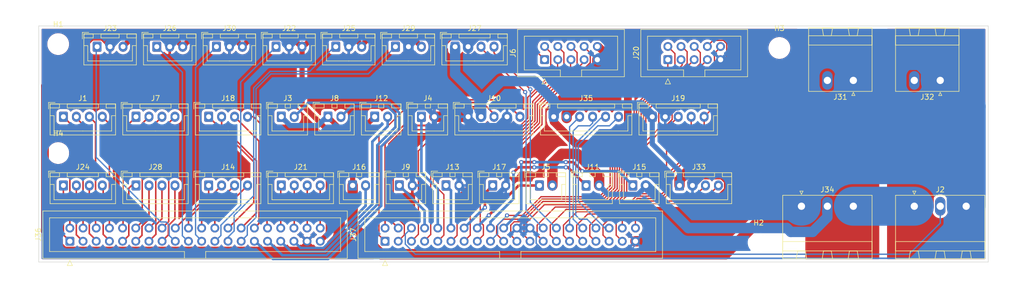
<source format=kicad_pcb>
(kicad_pcb (version 20171130) (host pcbnew 5.1.12)
  (layers (0 F.Cu signal) (31 B.Cu signal) (34 B.Paste user hide) (35 F.Paste user hide) (36 B.SilkS user) (37 F.SilkS user) (38 B.Mask user hide) (39 F.Mask user hide) (44 Edge.Cuts user))
  (net 0 "")
  (net 1 GND)
  (net 2 VCC)
  (net 3 XM_4)
  (net 4 XM_3)
  (net 5 XM_2)
  (net 6 XM_1)
  (net 7 +5V)
  (net 8 YM_4)
  (net 9 YM_3)
  (net 10 YM_2)
  (net 11 YM_1)
  (net 12 X-STOP)
  (net 13 Y-STOP)
  (net 14 NeoPixel)
  (net 15 E0-STOP)
  (net 16 Z-STOP)
  (net 17 BLT_PWM)
  (net 18 BLT_TRIGGER)
  (net 19 THB)
  (net 20 ZM1_4)
  (net 21 ZM1_3)
  (net 22 ZM1_2)
  (net 23 ZM1_1)
  (net 24 ZM2_4)
  (net 25 ZM2_3)
  (net 26 ZM2_2)
  (net 27 ZM2_1)
  (net 28 BED)
  (net 29 EXP1_8)
  (net 30 EXP1_6)
  (net 31 EXP1_4)
  (net 32 EXP1_2)
  (net 33 EXP1_7)
  (net 34 EXP1_5)
  (net 35 EXP1_3)
  (net 36 EXP1_1)
  (net 37 FAN0)
  (net 38 +3V3)
  (net 39 EM0_4)
  (net 40 EM0_3)
  (net 41 EM0_2)
  (net 42 EM0_1)
  (net 43 THE0)
  (net 44 TX3)
  (net 45 RX3)
  (net 46 SCL)
  (net 47 SDA)
  (net 48 MOSI)
  (net 49 MISO)
  (net 50 CS)
  (net 51 SCK)
  (net 52 FAN2)
  (net 53 FAN1)
  (net 54 HE2)
  (net 55 HE1)
  (net 56 HE0)
  (net 57 TX1)
  (net 58 RX1)
  (net 59 RST)
  (net 60 EXP2_10)
  (net 61 EXP2_6)
  (net 62 EXP2_4)
  (net 63 EXP2_2)
  (net 64 EXP2_7)
  (net 65 EXP2_5)
  (net 66 EXP2_3)
  (net 67 EXP2_1)
  (net 68 THE1)
  (net 69 THE2)
  (net 70 EM1_4)
  (net 71 EM1_3)
  (net 72 EM1_2)
  (net 73 EM1_1)
  (net 74 E1-STOP)
  (net 75 EM2_4)
  (net 76 EM2_3)
  (net 77 EM2_2)
  (net 78 EM2_1)
  (net 79 E2-STOP)
  (module MountingHole:MountingHole_3.2mm_M3_DIN965 (layer F.Cu) (at 57.75 91)
    (fp_text reference H4 (at 0 -3.8) (layer F.SilkS))
    (fp_text value MountingHole)
    (pad 1 np_thru_hole circle (at 0 0) (size 3.2 3.2) (drill 3.2) (layers *.Cu *.Mask))
  )
  (module MountingHole:MountingHole_3.2mm_M3_DIN965 (layer F.Cu) (at 196.75 70.75)
    (fp_text reference H3 (at 0 -3.8) (layer F.SilkS))
    (fp_text value MountingHole)
    (pad 1 np_thru_hole circle (at 0 0) (size 3.2 3.2) (drill 3.2) (layers *.Cu *.Mask))
  )
  (module MountingHole:MountingHole_3.2mm_M3_DIN965 (layer F.Cu) (at 192.75 108.25)
    (fp_text reference H2 (at 0 -3.8) (layer F.SilkS))
    (fp_text value MountingHole)
    (pad 1 np_thru_hole circle (at 0 0) (size 3.2 3.2) (drill 3.2) (layers *.Cu *.Mask))
  )
  (module MountingHole:MountingHole_3.2mm_M3_DIN965 (layer F.Cu) (at 57.75 70)
    (fp_text reference H1 (at 0 -3.8) (layer F.SilkS))
    (fp_text value MountingHole)
    (pad 1 np_thru_hole circle (at 0 0) (size 3.2 3.2) (drill 3.2) (layers *.Cu *.Mask))
  )
  (module Connector_JST:JST_XH_B4B-XH-A_1x04_P2.50mm_Vertical (layer F.Cu) (at 58.75 84)
    (fp_text reference J1 (at 3.75 -3.55) (layer F.SilkS))
    (fp_text value XM)
    (pad 4 thru_hole oval (at 7.5 0) (size 1.7 1.95) (drill 0.95) (layers *.Cu *.Mask) (net 6 XM_1))
    (pad 3 thru_hole oval (at 5 0) (size 1.7 1.95) (drill 0.95) (layers *.Cu *.Mask) (net 5 XM_2))
    (pad 2 thru_hole oval (at 2.5 0) (size 1.7 1.95) (drill 0.95) (layers *.Cu *.Mask) (net 4 XM_3))
    (pad 1 thru_hole roundrect (at 0 0) (size 1.7 1.95) (drill 0.95) (layers *.Cu *.Mask) (roundrect_rratio 0.147059) (net 3 XM_4))
  )
  (module Connector_JST:JST_XH_B4B-XH-A_1x04_P2.50mm_Vertical (layer F.Cu) (at 177.5 97.25)
    (fp_text reference J33 (at 3.75 -3.55) (layer F.SilkS))
    (fp_text value UART)
    (pad 4 thru_hole oval (at 7.5 0) (size 1.7 1.95) (drill 0.95) (layers *.Cu *.Mask) (net 45 RX3))
    (pad 3 thru_hole oval (at 5 0) (size 1.7 1.95) (drill 0.95) (layers *.Cu *.Mask) (net 44 TX3))
    (pad 2 thru_hole oval (at 2.5 0) (size 1.7 1.95) (drill 0.95) (layers *.Cu *.Mask) (net 1 GND))
    (pad 1 thru_hole roundrect (at 0 0) (size 1.7 1.95) (drill 0.95) (layers *.Cu *.Mask) (roundrect_rratio 0.147059) (net 7 +5V))
  )
  (module Connector_JST:JST_XH_B6B-XH-A_1x06_P2.50mm_Vertical (layer F.Cu) (at 153.25 84)
    (fp_text reference J35 (at 6.25 -3.55) (layer F.SilkS))
    (fp_text value SPI)
    (pad 6 thru_hole oval (at 12.5 0) (size 1.7 1.95) (drill 0.95) (layers *.Cu *.Mask) (net 51 SCK))
    (pad 5 thru_hole oval (at 10 0) (size 1.7 1.95) (drill 0.95) (layers *.Cu *.Mask) (net 50 CS))
    (pad 4 thru_hole oval (at 7.5 0) (size 1.7 1.95) (drill 0.95) (layers *.Cu *.Mask) (net 49 MISO))
    (pad 3 thru_hole oval (at 5 0) (size 1.7 1.95) (drill 0.95) (layers *.Cu *.Mask) (net 48 MOSI))
    (pad 2 thru_hole oval (at 2.5 0) (size 1.7 1.95) (drill 0.95) (layers *.Cu *.Mask) (net 1 GND))
    (pad 1 thru_hole roundrect (at 0 0) (size 1.7 1.95) (drill 0.95) (layers *.Cu *.Mask) (roundrect_rratio 0.147059) (net 7 +5V))
  )
  (module Connector_JST:JST_XH_B3B-XH-A_1x03_P2.50mm_Vertical (layer F.Cu) (at 88.25 70.5)
    (fp_text reference J30 (at 2.5 -3.55) (layer F.SilkS))
    (fp_text value Z-Stop)
    (pad 3 thru_hole oval (at 5 0) (size 1.7 1.95) (drill 0.95) (layers *.Cu *.Mask) (net 38 +3V3))
    (pad 2 thru_hole oval (at 2.5 0) (size 1.7 1.95) (drill 0.95) (layers *.Cu *.Mask) (net 1 GND))
    (pad 1 thru_hole roundrect (at 0 0) (size 1.7 1.95) (drill 0.95) (layers *.Cu *.Mask) (roundrect_rratio 0.147059) (net 16 Z-STOP))
  )
  (module Connector_JST:JST_XH_B3B-XH-A_1x03_P2.50mm_Vertical (layer F.Cu) (at 122.75 70.5)
    (fp_text reference J29 (at 2.5 -3.55) (layer F.SilkS))
    (fp_text value E2-Stop)
    (pad 3 thru_hole oval (at 5 0) (size 1.7 1.95) (drill 0.95) (layers *.Cu *.Mask) (net 38 +3V3))
    (pad 2 thru_hole oval (at 2.5 0) (size 1.7 1.95) (drill 0.95) (layers *.Cu *.Mask) (net 1 GND))
    (pad 1 thru_hole roundrect (at 0 0) (size 1.7 1.95) (drill 0.95) (layers *.Cu *.Mask) (roundrect_rratio 0.147059) (net 79 E2-STOP))
  )
  (module Connector_JST:JST_XH_B4B-XH-A_1x04_P2.50mm_Vertical (layer F.Cu) (at 72.75 97.25)
    (fp_text reference J28 (at 3.75 -3.55) (layer F.SilkS))
    (fp_text value EM2)
    (pad 4 thru_hole oval (at 7.5 0) (size 1.7 1.95) (drill 0.95) (layers *.Cu *.Mask) (net 78 EM2_1))
    (pad 3 thru_hole oval (at 5 0) (size 1.7 1.95) (drill 0.95) (layers *.Cu *.Mask) (net 77 EM2_2))
    (pad 2 thru_hole oval (at 2.5 0) (size 1.7 1.95) (drill 0.95) (layers *.Cu *.Mask) (net 76 EM2_3))
    (pad 1 thru_hole roundrect (at 0 0) (size 1.7 1.95) (drill 0.95) (layers *.Cu *.Mask) (roundrect_rratio 0.147059) (net 75 EM2_4))
  )
  (module Connector_JST:JST_XH_B4B-XH-A_1x04_P2.50mm_Vertical (layer F.Cu) (at 134.25 70.5)
    (fp_text reference J27 (at 3.75 -3.55) (layer F.SilkS))
    (fp_text value I2C)
    (pad 4 thru_hole oval (at 7.5 0) (size 1.7 1.95) (drill 0.95) (layers *.Cu *.Mask) (net 47 SDA))
    (pad 3 thru_hole oval (at 5 0) (size 1.7 1.95) (drill 0.95) (layers *.Cu *.Mask) (net 46 SCL))
    (pad 2 thru_hole oval (at 2.5 0) (size 1.7 1.95) (drill 0.95) (layers *.Cu *.Mask) (net 1 GND))
    (pad 1 thru_hole roundrect (at 0 0) (size 1.7 1.95) (drill 0.95) (layers *.Cu *.Mask) (roundrect_rratio 0.147059) (net 7 +5V))
  )
  (module Connector_JST:JST_XH_B3B-XH-A_1x03_P2.50mm_Vertical (layer F.Cu) (at 76.75 70.5)
    (fp_text reference J26 (at 2.5 -3.55) (layer F.SilkS))
    (fp_text value Y-Stop)
    (pad 3 thru_hole oval (at 5 0) (size 1.7 1.95) (drill 0.95) (layers *.Cu *.Mask) (net 38 +3V3))
    (pad 2 thru_hole oval (at 2.5 0) (size 1.7 1.95) (drill 0.95) (layers *.Cu *.Mask) (net 1 GND))
    (pad 1 thru_hole roundrect (at 0 0) (size 1.7 1.95) (drill 0.95) (layers *.Cu *.Mask) (roundrect_rratio 0.147059) (net 13 Y-STOP))
  )
  (module Connector_JST:JST_XH_B3B-XH-A_1x03_P2.50mm_Vertical (layer F.Cu) (at 111.25 70.5)
    (fp_text reference J25 (at 2.5 -3.55) (layer F.SilkS))
    (fp_text value E1-Stop)
    (pad 3 thru_hole oval (at 5 0) (size 1.7 1.95) (drill 0.95) (layers *.Cu *.Mask) (net 38 +3V3))
    (pad 2 thru_hole oval (at 2.5 0) (size 1.7 1.95) (drill 0.95) (layers *.Cu *.Mask) (net 1 GND))
    (pad 1 thru_hole roundrect (at 0 0) (size 1.7 1.95) (drill 0.95) (layers *.Cu *.Mask) (roundrect_rratio 0.147059) (net 74 E1-STOP))
  )
  (module Connector_JST:JST_XH_B4B-XH-A_1x04_P2.50mm_Vertical (layer F.Cu) (at 58.75 97.25)
    (fp_text reference J24 (at 3.75 -3.55) (layer F.SilkS))
    (fp_text value EM1)
    (pad 4 thru_hole oval (at 7.5 0) (size 1.7 1.95) (drill 0.95) (layers *.Cu *.Mask) (net 73 EM1_1))
    (pad 3 thru_hole oval (at 5 0) (size 1.7 1.95) (drill 0.95) (layers *.Cu *.Mask) (net 72 EM1_2))
    (pad 2 thru_hole oval (at 2.5 0) (size 1.7 1.95) (drill 0.95) (layers *.Cu *.Mask) (net 71 EM1_3))
    (pad 1 thru_hole roundrect (at 0 0) (size 1.7 1.95) (drill 0.95) (layers *.Cu *.Mask) (roundrect_rratio 0.147059) (net 70 EM1_4))
  )
  (module Connector_JST:JST_XH_B3B-XH-A_1x03_P2.50mm_Vertical (layer F.Cu) (at 65.25 70.5)
    (fp_text reference J23 (at 2.5 -3.55) (layer F.SilkS))
    (fp_text value X-Stop)
    (pad 3 thru_hole oval (at 5 0) (size 1.7 1.95) (drill 0.95) (layers *.Cu *.Mask) (net 38 +3V3))
    (pad 2 thru_hole oval (at 2.5 0) (size 1.7 1.95) (drill 0.95) (layers *.Cu *.Mask) (net 1 GND))
    (pad 1 thru_hole roundrect (at 0 0) (size 1.7 1.95) (drill 0.95) (layers *.Cu *.Mask) (roundrect_rratio 0.147059) (net 12 X-STOP))
  )
  (module Connector_JST:JST_XH_B3B-XH-A_1x03_P2.50mm_Vertical (layer F.Cu) (at 99.75 70.5)
    (fp_text reference J22 (at 2.5 -3.55) (layer F.SilkS))
    (fp_text value E0-Stop)
    (pad 3 thru_hole oval (at 5 0) (size 1.7 1.95) (drill 0.95) (layers *.Cu *.Mask) (net 38 +3V3))
    (pad 2 thru_hole oval (at 2.5 0) (size 1.7 1.95) (drill 0.95) (layers *.Cu *.Mask) (net 1 GND))
    (pad 1 thru_hole roundrect (at 0 0) (size 1.7 1.95) (drill 0.95) (layers *.Cu *.Mask) (roundrect_rratio 0.147059) (net 15 E0-STOP))
  )
  (module Connector_JST:JST_XH_B4B-XH-A_1x04_P2.50mm_Vertical (layer F.Cu) (at 100.75 97.25)
    (fp_text reference J21 (at 3.75 -3.55) (layer F.SilkS))
    (fp_text value EM0)
    (pad 4 thru_hole oval (at 7.5 0) (size 1.7 1.95) (drill 0.95) (layers *.Cu *.Mask) (net 42 EM0_1))
    (pad 3 thru_hole oval (at 5 0) (size 1.7 1.95) (drill 0.95) (layers *.Cu *.Mask) (net 41 EM0_2))
    (pad 2 thru_hole oval (at 2.5 0) (size 1.7 1.95) (drill 0.95) (layers *.Cu *.Mask) (net 40 EM0_3))
    (pad 1 thru_hole roundrect (at 0 0) (size 1.7 1.95) (drill 0.95) (layers *.Cu *.Mask) (roundrect_rratio 0.147059) (net 39 EM0_4))
  )
  (module Connector_JST:JST_XH_B5B-XH-A_1x05_P2.50mm_Vertical (layer F.Cu) (at 172.25 84)
    (fp_text reference J19 (at 5 -3.55) (layer F.SilkS))
    (fp_text value TFT)
    (pad 5 thru_hole oval (at 10 0) (size 1.7 1.95) (drill 0.95) (layers *.Cu *.Mask) (net 59 RST))
    (pad 4 thru_hole oval (at 7.5 0) (size 1.7 1.95) (drill 0.95) (layers *.Cu *.Mask) (net 58 RX1))
    (pad 3 thru_hole oval (at 5 0) (size 1.7 1.95) (drill 0.95) (layers *.Cu *.Mask) (net 57 TX1))
    (pad 2 thru_hole oval (at 2.5 0) (size 1.7 1.95) (drill 0.95) (layers *.Cu *.Mask) (net 1 GND))
    (pad 1 thru_hole roundrect (at 0 0) (size 1.7 1.95) (drill 0.95) (layers *.Cu *.Mask) (roundrect_rratio 0.147059) (net 7 +5V))
  )
  (module Connector_JST:JST_XH_B4B-XH-A_1x04_P2.50mm_Vertical (layer F.Cu) (at 86.75 84)
    (fp_text reference J18 (at 3.75 -3.55) (layer F.SilkS))
    (fp_text value ZM2)
    (pad 4 thru_hole oval (at 7.5 0) (size 1.7 1.95) (drill 0.95) (layers *.Cu *.Mask) (net 27 ZM2_1))
    (pad 3 thru_hole oval (at 5 0) (size 1.7 1.95) (drill 0.95) (layers *.Cu *.Mask) (net 26 ZM2_2))
    (pad 2 thru_hole oval (at 2.5 0) (size 1.7 1.95) (drill 0.95) (layers *.Cu *.Mask) (net 25 ZM2_3))
    (pad 1 thru_hole roundrect (at 0 0) (size 1.7 1.95) (drill 0.95) (layers *.Cu *.Mask) (roundrect_rratio 0.147059) (net 24 ZM2_4))
  )
  (module Connector_JST:JST_XH_B2B-XH-A_1x02_P2.50mm_Vertical (layer F.Cu) (at 141.5 97.25)
    (fp_text reference J17 (at 1.25 -3.55) (layer F.SilkS))
    (fp_text value THE2)
    (pad 2 thru_hole oval (at 2.5 0) (size 1.7 2) (drill 1) (layers *.Cu *.Mask) (net 1 GND))
    (pad 1 thru_hole roundrect (at 0 0) (size 1.7 2) (drill 1) (layers *.Cu *.Mask) (roundrect_rratio 0.147059) (net 69 THE2))
  )
  (module Connector_JST:JST_XH_B2B-XH-A_1x02_P2.50mm_Vertical (layer F.Cu) (at 114.5 97.25)
    (fp_text reference J16 (at 1.25 -3.55) (layer F.SilkS))
    (fp_text value HE2)
    (pad 2 thru_hole oval (at 2.5 0) (size 1.7 2) (drill 1) (layers *.Cu *.Mask) (net 54 HE2))
    (pad 1 thru_hole roundrect (at 0 0) (size 1.7 2) (drill 1) (layers *.Cu *.Mask) (roundrect_rratio 0.147059) (net 2 VCC))
  )
  (module Connector_JST:JST_XH_B2B-XH-A_1x02_P2.50mm_Vertical (layer F.Cu) (at 168.5 97.25)
    (fp_text reference J15 (at 1.25 -3.55) (layer F.SilkS))
    (fp_text value FAN2)
    (pad 2 thru_hole oval (at 2.5 0) (size 1.7 2) (drill 1) (layers *.Cu *.Mask) (net 2 VCC))
    (pad 1 thru_hole roundrect (at 0 0) (size 1.7 2) (drill 1) (layers *.Cu *.Mask) (roundrect_rratio 0.147059) (net 52 FAN2))
  )
  (module Connector_JST:JST_XH_B4B-XH-A_1x04_P2.50mm_Vertical (layer F.Cu) (at 86.75 97.25)
    (fp_text reference J14 (at 3.75 -3.55) (layer F.SilkS))
    (fp_text value ZM1)
    (pad 4 thru_hole oval (at 7.5 0) (size 1.7 1.95) (drill 0.95) (layers *.Cu *.Mask) (net 23 ZM1_1))
    (pad 3 thru_hole oval (at 5 0) (size 1.7 1.95) (drill 0.95) (layers *.Cu *.Mask) (net 22 ZM1_2))
    (pad 2 thru_hole oval (at 2.5 0) (size 1.7 1.95) (drill 0.95) (layers *.Cu *.Mask) (net 21 ZM1_3))
    (pad 1 thru_hole roundrect (at 0 0) (size 1.7 1.95) (drill 0.95) (layers *.Cu *.Mask) (roundrect_rratio 0.147059) (net 20 ZM1_4))
  )
  (module Connector_JST:JST_XH_B2B-XH-A_1x02_P2.50mm_Vertical (layer F.Cu) (at 132.5 97.25)
    (fp_text reference J13 (at 1.25 -3.55) (layer F.SilkS))
    (fp_text value THE1)
    (pad 2 thru_hole oval (at 2.5 0) (size 1.7 2) (drill 1) (layers *.Cu *.Mask) (net 1 GND))
    (pad 1 thru_hole roundrect (at 0 0) (size 1.7 2) (drill 1) (layers *.Cu *.Mask) (roundrect_rratio 0.147059) (net 68 THE1))
  )
  (module Connector_JST:JST_XH_B2B-XH-A_1x02_P2.50mm_Vertical (layer F.Cu) (at 118.75 84)
    (fp_text reference J12 (at 1.25 -3.55) (layer F.SilkS))
    (fp_text value HE1)
    (pad 2 thru_hole oval (at 2.5 0) (size 1.7 2) (drill 1) (layers *.Cu *.Mask) (net 55 HE1))
    (pad 1 thru_hole roundrect (at 0 0) (size 1.7 2) (drill 1) (layers *.Cu *.Mask) (roundrect_rratio 0.147059) (net 2 VCC))
  )
  (module Connector_JST:JST_XH_B2B-XH-A_1x02_P2.50mm_Vertical (layer F.Cu) (at 159.5 97.25)
    (fp_text reference J11 (at 1.25 -3.55) (layer F.SilkS))
    (fp_text value FAN1)
    (pad 2 thru_hole oval (at 2.5 0) (size 1.7 2) (drill 1) (layers *.Cu *.Mask) (net 2 VCC))
    (pad 1 thru_hole roundrect (at 0 0) (size 1.7 2) (drill 1) (layers *.Cu *.Mask) (roundrect_rratio 0.147059) (net 53 FAN1))
  )
  (module Connector_JST:JST_XH_B5B-XH-A_1x05_P2.50mm_Vertical (layer F.Cu) (at 136.75 84)
    (fp_text reference J10 (at 5 -3.55) (layer F.SilkS))
    (fp_text value BLTouch)
    (pad 5 thru_hole oval (at 10 0) (size 1.7 1.95) (drill 0.95) (layers *.Cu *.Mask) (net 18 BLT_TRIGGER))
    (pad 4 thru_hole oval (at 7.5 0) (size 1.7 1.95) (drill 0.95) (layers *.Cu *.Mask) (net 1 GND))
    (pad 3 thru_hole oval (at 5 0) (size 1.7 1.95) (drill 0.95) (layers *.Cu *.Mask) (net 17 BLT_PWM))
    (pad 2 thru_hole oval (at 2.5 0) (size 1.7 1.95) (drill 0.95) (layers *.Cu *.Mask) (net 7 +5V))
    (pad 1 thru_hole roundrect (at 0 0) (size 1.7 1.95) (drill 0.95) (layers *.Cu *.Mask) (roundrect_rratio 0.147059) (net 1 GND))
  )
  (module Connector_JST:JST_XH_B2B-XH-A_1x02_P2.50mm_Vertical (layer F.Cu) (at 123.5 97.25)
    (fp_text reference J9 (at 1.25 -3.55) (layer F.SilkS))
    (fp_text value THE0)
    (pad 2 thru_hole oval (at 2.5 0) (size 1.7 2) (drill 1) (layers *.Cu *.Mask) (net 1 GND))
    (pad 1 thru_hole roundrect (at 0 0) (size 1.7 2) (drill 1) (layers *.Cu *.Mask) (roundrect_rratio 0.147059) (net 43 THE0))
  )
  (module Connector_JST:JST_XH_B2B-XH-A_1x02_P2.50mm_Vertical (layer F.Cu) (at 109.75 84)
    (fp_text reference J8 (at 1.25 -3.55) (layer F.SilkS))
    (fp_text value HE0)
    (pad 2 thru_hole oval (at 2.5 0) (size 1.7 2) (drill 1) (layers *.Cu *.Mask) (net 56 HE0))
    (pad 1 thru_hole roundrect (at 0 0) (size 1.7 2) (drill 1) (layers *.Cu *.Mask) (roundrect_rratio 0.147059) (net 2 VCC))
  )
  (module Connector_JST:JST_XH_B4B-XH-A_1x04_P2.50mm_Vertical (layer F.Cu) (at 72.75 84)
    (fp_text reference J7 (at 3.75 -3.55) (layer F.SilkS))
    (fp_text value YM)
    (pad 4 thru_hole oval (at 7.5 0) (size 1.7 1.95) (drill 0.95) (layers *.Cu *.Mask) (net 11 YM_1))
    (pad 3 thru_hole oval (at 5 0) (size 1.7 1.95) (drill 0.95) (layers *.Cu *.Mask) (net 10 YM_2))
    (pad 2 thru_hole oval (at 2.5 0) (size 1.7 1.95) (drill 0.95) (layers *.Cu *.Mask) (net 9 YM_3))
    (pad 1 thru_hole roundrect (at 0 0) (size 1.7 1.95) (drill 0.95) (layers *.Cu *.Mask) (roundrect_rratio 0.147059) (net 8 YM_4))
  )
  (module Connector_JST:JST_XH_B2B-XH-A_1x02_P2.50mm_Vertical (layer F.Cu) (at 150.5 97.25)
    (fp_text reference J5 (at 1.25 -3.55) (layer F.SilkS))
    (fp_text value FAN0)
    (pad 2 thru_hole oval (at 2.5 0) (size 1.7 2) (drill 1) (layers *.Cu *.Mask) (net 2 VCC))
    (pad 1 thru_hole roundrect (at 0 0) (size 1.7 2) (drill 1) (layers *.Cu *.Mask) (roundrect_rratio 0.147059) (net 37 FAN0))
  )
  (module Connector_JST:JST_XH_B2B-XH-A_1x02_P2.50mm_Vertical (layer F.Cu) (at 127.75 84)
    (fp_text reference J4 (at 1.25 -3.55) (layer F.SilkS))
    (fp_text value THB)
    (pad 2 thru_hole oval (at 2.5 0) (size 1.7 2) (drill 1) (layers *.Cu *.Mask) (net 1 GND))
    (pad 1 thru_hole roundrect (at 0 0) (size 1.7 2) (drill 1) (layers *.Cu *.Mask) (roundrect_rratio 0.147059) (net 19 THB))
  )
  (module Connector_JST:JST_XH_B2B-XH-A_1x02_P2.50mm_Vertical (layer F.Cu) (at 100.75 84)
    (fp_text reference J3 (at 1.25 -3.55) (layer F.SilkS))
    (fp_text value BED)
    (pad 2 thru_hole oval (at 2.5 0) (size 1.7 2) (drill 1) (layers *.Cu *.Mask) (net 28 BED))
    (pad 1 thru_hole roundrect (at 0 0) (size 1.7 2) (drill 1) (layers *.Cu *.Mask) (roundrect_rratio 0.147059) (net 2 VCC))
  )
  (module Connector_IDC:IDC-Header_2x20_P2.54mm_Vertical (layer F.Cu) (at 120.75 108 90)
    (fp_text reference J37 (at 1.27 -6.1 90) (layer F.SilkS))
    (fp_text value Extension2)
    (pad 40 thru_hole circle (at 2.54 48.26 90) (size 1.7 1.7) (drill 1) (layers *.Cu *.Mask) (net 45 RX3))
    (pad 38 thru_hole circle (at 2.54 45.72 90) (size 1.7 1.7) (drill 1) (layers *.Cu *.Mask) (net 44 TX3))
    (pad 36 thru_hole circle (at 2.54 43.18 90) (size 1.7 1.7) (drill 1) (layers *.Cu *.Mask) (net 51 SCK))
    (pad 34 thru_hole circle (at 2.54 40.64 90) (size 1.7 1.7) (drill 1) (layers *.Cu *.Mask) (net 50 CS))
    (pad 32 thru_hole circle (at 2.54 38.1 90) (size 1.7 1.7) (drill 1) (layers *.Cu *.Mask) (net 49 MISO))
    (pad 30 thru_hole circle (at 2.54 35.56 90) (size 1.7 1.7) (drill 1) (layers *.Cu *.Mask) (net 48 MOSI))
    (pad 28 thru_hole circle (at 2.54 33.02 90) (size 1.7 1.7) (drill 1) (layers *.Cu *.Mask) (net 47 SDA))
    (pad 26 thru_hole circle (at 2.54 30.48 90) (size 1.7 1.7) (drill 1) (layers *.Cu *.Mask) (net 46 SCL))
    (pad 24 thru_hole circle (at 2.54 27.94 90) (size 1.7 1.7) (drill 1) (layers *.Cu *.Mask) (net 1 GND))
    (pad 22 thru_hole circle (at 2.54 25.4 90) (size 1.7 1.7) (drill 1) (layers *.Cu *.Mask) (net 1 GND))
    (pad 20 thru_hole circle (at 2.54 22.86 90) (size 1.7 1.7) (drill 1) (layers *.Cu *.Mask) (net 52 FAN2))
    (pad 18 thru_hole circle (at 2.54 20.32 90) (size 1.7 1.7) (drill 1) (layers *.Cu *.Mask) (net 53 FAN1))
    (pad 16 thru_hole circle (at 2.54 17.78 90) (size 1.7 1.7) (drill 1) (layers *.Cu *.Mask) (net 37 FAN0))
    (pad 14 thru_hole circle (at 2.54 15.24 90) (size 1.7 1.7) (drill 1) (layers *.Cu *.Mask) (net 69 THE2))
    (pad 12 thru_hole circle (at 2.54 12.7 90) (size 1.7 1.7) (drill 1) (layers *.Cu *.Mask) (net 68 THE1))
    (pad 10 thru_hole circle (at 2.54 10.16 90) (size 1.7 1.7) (drill 1) (layers *.Cu *.Mask) (net 19 THB))
    (pad 8 thru_hole circle (at 2.54 7.62 90) (size 1.7 1.7) (drill 1) (layers *.Cu *.Mask) (net 43 THE0))
    (pad 6 thru_hole circle (at 2.54 5.08 90) (size 1.7 1.7) (drill 1) (layers *.Cu *.Mask) (net 14 NeoPixel))
    (pad 4 thru_hole circle (at 2.54 2.54 90) (size 1.7 1.7) (drill 1) (layers *.Cu *.Mask) (net 17 BLT_PWM))
    (pad 2 thru_hole circle (at 2.54 0 90) (size 1.7 1.7) (drill 1) (layers *.Cu *.Mask) (net 18 BLT_TRIGGER))
    (pad 39 thru_hole circle (at 0 48.26 90) (size 1.7 1.7) (drill 1) (layers *.Cu *.Mask) (net 1 GND))
    (pad 37 thru_hole circle (at 0 45.72 90) (size 1.7 1.7) (drill 1) (layers *.Cu *.Mask) (net 59 RST))
    (pad 35 thru_hole circle (at 0 43.18 90) (size 1.7 1.7) (drill 1) (layers *.Cu *.Mask) (net 58 RX1))
    (pad 33 thru_hole circle (at 0 40.64 90) (size 1.7 1.7) (drill 1) (layers *.Cu *.Mask) (net 57 TX1))
    (pad 31 thru_hole circle (at 0 38.1 90) (size 1.7 1.7) (drill 1) (layers *.Cu *.Mask) (net 60 EXP2_10))
    (pad 29 thru_hole circle (at 0 35.56 90) (size 1.7 1.7) (drill 1) (layers *.Cu *.Mask) (net 64 EXP2_7))
    (pad 27 thru_hole circle (at 0 33.02 90) (size 1.7 1.7) (drill 1) (layers *.Cu *.Mask) (net 61 EXP2_6))
    (pad 25 thru_hole circle (at 0 30.48 90) (size 1.7 1.7) (drill 1) (layers *.Cu *.Mask) (net 65 EXP2_5))
    (pad 23 thru_hole circle (at 0 27.94 90) (size 1.7 1.7) (drill 1) (layers *.Cu *.Mask) (net 62 EXP2_4))
    (pad 21 thru_hole circle (at 0 25.4 90) (size 1.7 1.7) (drill 1) (layers *.Cu *.Mask) (net 66 EXP2_3))
    (pad 19 thru_hole circle (at 0 22.86 90) (size 1.7 1.7) (drill 1) (layers *.Cu *.Mask) (net 63 EXP2_2))
    (pad 17 thru_hole circle (at 0 20.32 90) (size 1.7 1.7) (drill 1) (layers *.Cu *.Mask) (net 67 EXP2_1))
    (pad 15 thru_hole circle (at 0 17.78 90) (size 1.7 1.7) (drill 1) (layers *.Cu *.Mask) (net 29 EXP1_8))
    (pad 13 thru_hole circle (at 0 15.24 90) (size 1.7 1.7) (drill 1) (layers *.Cu *.Mask) (net 33 EXP1_7))
    (pad 11 thru_hole circle (at 0 12.7 90) (size 1.7 1.7) (drill 1) (layers *.Cu *.Mask) (net 30 EXP1_6))
    (pad 9 thru_hole circle (at 0 10.16 90) (size 1.7 1.7) (drill 1) (layers *.Cu *.Mask) (net 34 EXP1_5))
    (pad 7 thru_hole circle (at 0 7.62 90) (size 1.7 1.7) (drill 1) (layers *.Cu *.Mask) (net 31 EXP1_4))
    (pad 5 thru_hole circle (at 0 5.08 90) (size 1.7 1.7) (drill 1) (layers *.Cu *.Mask) (net 35 EXP1_3))
    (pad 3 thru_hole circle (at 0 2.54 90) (size 1.7 1.7) (drill 1) (layers *.Cu *.Mask) (net 32 EXP1_2))
    (pad 1 thru_hole roundrect (at 0 0 90) (size 1.7 1.7) (drill 1) (layers *.Cu *.Mask) (roundrect_rratio 0.147059) (net 36 EXP1_1))
  )
  (module Connector_IDC:IDC-Header_2x20_P2.54mm_Vertical (layer F.Cu) (at 60 108 90)
    (fp_text reference J36 (at 1.27 -6.1 90) (layer F.SilkS))
    (fp_text value Extension1)
    (pad 40 thru_hole circle (at 2.54 48.26 90) (size 1.7 1.7) (drill 1) (layers *.Cu *.Mask) (net 42 EM0_1))
    (pad 38 thru_hole circle (at 2.54 45.72 90) (size 1.7 1.7) (drill 1) (layers *.Cu *.Mask) (net 41 EM0_2))
    (pad 36 thru_hole circle (at 2.54 43.18 90) (size 1.7 1.7) (drill 1) (layers *.Cu *.Mask) (net 40 EM0_3))
    (pad 34 thru_hole circle (at 2.54 40.64 90) (size 1.7 1.7) (drill 1) (layers *.Cu *.Mask) (net 39 EM0_4))
    (pad 32 thru_hole circle (at 2.54 38.1 90) (size 1.7 1.7) (drill 1) (layers *.Cu *.Mask) (net 27 ZM2_1))
    (pad 30 thru_hole circle (at 2.54 35.56 90) (size 1.7 1.7) (drill 1) (layers *.Cu *.Mask) (net 26 ZM2_2))
    (pad 28 thru_hole circle (at 2.54 33.02 90) (size 1.7 1.7) (drill 1) (layers *.Cu *.Mask) (net 25 ZM2_3))
    (pad 26 thru_hole circle (at 2.54 30.48 90) (size 1.7 1.7) (drill 1) (layers *.Cu *.Mask) (net 24 ZM2_4))
    (pad 24 thru_hole circle (at 2.54 27.94 90) (size 1.7 1.7) (drill 1) (layers *.Cu *.Mask) (net 23 ZM1_1))
    (pad 22 thru_hole circle (at 2.54 25.4 90) (size 1.7 1.7) (drill 1) (layers *.Cu *.Mask) (net 22 ZM1_2))
    (pad 20 thru_hole circle (at 2.54 22.86 90) (size 1.7 1.7) (drill 1) (layers *.Cu *.Mask) (net 21 ZM1_3))
    (pad 18 thru_hole circle (at 2.54 20.32 90) (size 1.7 1.7) (drill 1) (layers *.Cu *.Mask) (net 20 ZM1_4))
    (pad 16 thru_hole circle (at 2.54 17.78 90) (size 1.7 1.7) (drill 1) (layers *.Cu *.Mask) (net 11 YM_1))
    (pad 14 thru_hole circle (at 2.54 15.24 90) (size 1.7 1.7) (drill 1) (layers *.Cu *.Mask) (net 10 YM_2))
    (pad 12 thru_hole circle (at 2.54 12.7 90) (size 1.7 1.7) (drill 1) (layers *.Cu *.Mask) (net 9 YM_3))
    (pad 10 thru_hole circle (at 2.54 10.16 90) (size 1.7 1.7) (drill 1) (layers *.Cu *.Mask) (net 8 YM_4))
    (pad 8 thru_hole circle (at 2.54 7.62 90) (size 1.7 1.7) (drill 1) (layers *.Cu *.Mask) (net 6 XM_1))
    (pad 6 thru_hole circle (at 2.54 5.08 90) (size 1.7 1.7) (drill 1) (layers *.Cu *.Mask) (net 5 XM_2))
    (pad 4 thru_hole circle (at 2.54 2.54 90) (size 1.7 1.7) (drill 1) (layers *.Cu *.Mask) (net 4 XM_3))
    (pad 2 thru_hole circle (at 2.54 0 90) (size 1.7 1.7) (drill 1) (layers *.Cu *.Mask) (net 3 XM_4))
    (pad 39 thru_hole circle (at 0 48.26 90) (size 1.7 1.7) (drill 1) (layers *.Cu *.Mask) (net 38 +3V3))
    (pad 37 thru_hole circle (at 0 45.72 90) (size 1.7 1.7) (drill 1) (layers *.Cu *.Mask) (net 1 GND))
    (pad 35 thru_hole circle (at 0 43.18 90) (size 1.7 1.7) (drill 1) (layers *.Cu *.Mask) (net 54 HE2))
    (pad 33 thru_hole circle (at 0 40.64 90) (size 1.7 1.7) (drill 1) (layers *.Cu *.Mask) (net 55 HE1))
    (pad 31 thru_hole circle (at 0 38.1 90) (size 1.7 1.7) (drill 1) (layers *.Cu *.Mask) (net 56 HE0))
    (pad 29 thru_hole circle (at 0 35.56 90) (size 1.7 1.7) (drill 1) (layers *.Cu *.Mask) (net 28 BED))
    (pad 27 thru_hole circle (at 0 33.02 90) (size 1.7 1.7) (drill 1) (layers *.Cu *.Mask) (net 79 E2-STOP))
    (pad 25 thru_hole circle (at 0 30.48 90) (size 1.7 1.7) (drill 1) (layers *.Cu *.Mask) (net 74 E1-STOP))
    (pad 23 thru_hole circle (at 0 27.94 90) (size 1.7 1.7) (drill 1) (layers *.Cu *.Mask) (net 15 E0-STOP))
    (pad 21 thru_hole circle (at 0 25.4 90) (size 1.7 1.7) (drill 1) (layers *.Cu *.Mask) (net 16 Z-STOP))
    (pad 19 thru_hole circle (at 0 22.86 90) (size 1.7 1.7) (drill 1) (layers *.Cu *.Mask) (net 13 Y-STOP))
    (pad 17 thru_hole circle (at 0 20.32 90) (size 1.7 1.7) (drill 1) (layers *.Cu *.Mask) (net 12 X-STOP))
    (pad 15 thru_hole circle (at 0 17.78 90) (size 1.7 1.7) (drill 1) (layers *.Cu *.Mask) (net 78 EM2_1))
    (pad 13 thru_hole circle (at 0 15.24 90) (size 1.7 1.7) (drill 1) (layers *.Cu *.Mask) (net 77 EM2_2))
    (pad 11 thru_hole circle (at 0 12.7 90) (size 1.7 1.7) (drill 1) (layers *.Cu *.Mask) (net 76 EM2_3))
    (pad 9 thru_hole circle (at 0 10.16 90) (size 1.7 1.7) (drill 1) (layers *.Cu *.Mask) (net 75 EM2_4))
    (pad 7 thru_hole circle (at 0 7.62 90) (size 1.7 1.7) (drill 1) (layers *.Cu *.Mask) (net 73 EM1_1))
    (pad 5 thru_hole circle (at 0 5.08 90) (size 1.7 1.7) (drill 1) (layers *.Cu *.Mask) (net 72 EM1_2))
    (pad 3 thru_hole circle (at 0 2.54 90) (size 1.7 1.7) (drill 1) (layers *.Cu *.Mask) (net 71 EM1_3))
    (pad 1 thru_hole roundrect (at 0 0 90) (size 1.7 1.7) (drill 1) (layers *.Cu *.Mask) (roundrect_rratio 0.147059) (net 70 EM1_4))
  )
  (module Connector_Phoenix_MSTB:PhoenixContact_MSTBA_2,5_3-G_1x03_P5.00mm_Horizontal (layer F.Cu) (at 201 101.25)
    (fp_text reference J34 (at 5 -3.2) (layer F.SilkS))
    (fp_text value POWER_EXP)
    (pad 3 thru_hole oval (at 10 0) (size 2 3.6) (drill 1.4) (layers *.Cu *.Mask) (net 7 +5V))
    (pad 2 thru_hole oval (at 5 0) (size 2 3.6) (drill 1.4) (layers *.Cu *.Mask) (net 2 VCC))
    (pad 1 thru_hole roundrect (at 0 0) (size 2 3.6) (drill 1.4) (layers *.Cu *.Mask) (roundrect_rratio 0.125) (net 1 GND))
  )
  (module Connector_Phoenix_MSTB:PhoenixContact_MSTBA_2,5_2-G_1x02_P5.00mm_Horizontal (layer F.Cu) (at 227.75 77 180)
    (fp_text reference J32 (at 2.5 -3.2) (layer F.SilkS))
    (fp_text value 5V_PSU)
    (pad 2 thru_hole oval (at 5 0 180) (size 2 3.6) (drill 1.4) (layers *.Cu *.Mask) (net 7 +5V))
    (pad 1 thru_hole roundrect (at 0 0 180) (size 2 3.6) (drill 1.4) (layers *.Cu *.Mask) (roundrect_rratio 0.125) (net 1 GND))
  )
  (module Connector_Phoenix_MSTB:PhoenixContact_MSTBA_2,5_2-G_1x02_P5.00mm_Horizontal (layer F.Cu) (at 211 77 180)
    (fp_text reference J31 (at 2.5 -3.2) (layer F.SilkS))
    (fp_text value Power)
    (pad 2 thru_hole oval (at 5 0 180) (size 2 3.6) (drill 1.4) (layers *.Cu *.Mask) (net 2 VCC))
    (pad 1 thru_hole roundrect (at 0 0 180) (size 2 3.6) (drill 1.4) (layers *.Cu *.Mask) (roundrect_rratio 0.125) (net 1 GND))
  )
  (module Connector_IDC:IDC-Header_2x05_P2.54mm_Vertical (layer F.Cu) (at 175.25 73 90)
    (fp_text reference J20 (at 1.27 -6.1 90) (layer F.SilkS))
    (fp_text value EXP2)
    (pad 10 thru_hole circle (at 2.54 10.16 90) (size 1.7 1.7) (drill 1) (layers *.Cu *.Mask) (net 60 EXP2_10))
    (pad 8 thru_hole circle (at 2.54 7.62 90) (size 1.7 1.7) (drill 1) (layers *.Cu *.Mask) (net 59 RST))
    (pad 6 thru_hole circle (at 2.54 5.08 90) (size 1.7 1.7) (drill 1) (layers *.Cu *.Mask) (net 61 EXP2_6))
    (pad 4 thru_hole circle (at 2.54 2.54 90) (size 1.7 1.7) (drill 1) (layers *.Cu *.Mask) (net 62 EXP2_4))
    (pad 2 thru_hole circle (at 2.54 0 90) (size 1.7 1.7) (drill 1) (layers *.Cu *.Mask) (net 63 EXP2_2))
    (pad 9 thru_hole circle (at 0 10.16 90) (size 1.7 1.7) (drill 1) (layers *.Cu *.Mask) (net 1 GND))
    (pad 7 thru_hole circle (at 0 7.62 90) (size 1.7 1.7) (drill 1) (layers *.Cu *.Mask) (net 64 EXP2_7))
    (pad 5 thru_hole circle (at 0 5.08 90) (size 1.7 1.7) (drill 1) (layers *.Cu *.Mask) (net 65 EXP2_5))
    (pad 3 thru_hole circle (at 0 2.54 90) (size 1.7 1.7) (drill 1) (layers *.Cu *.Mask) (net 66 EXP2_3))
    (pad 1 thru_hole roundrect (at 0 0 90) (size 1.7 1.7) (drill 1) (layers *.Cu *.Mask) (roundrect_rratio 0.147059) (net 67 EXP2_1))
  )
  (module Connector_IDC:IDC-Header_2x05_P2.54mm_Vertical (layer F.Cu) (at 151.5 73 90)
    (fp_text reference J6 (at 1.27 -6.1 90) (layer F.SilkS))
    (fp_text value EXP1)
    (pad 10 thru_hole circle (at 2.54 10.16 90) (size 1.7 1.7) (drill 1) (layers *.Cu *.Mask) (net 7 +5V))
    (pad 8 thru_hole circle (at 2.54 7.62 90) (size 1.7 1.7) (drill 1) (layers *.Cu *.Mask) (net 29 EXP1_8))
    (pad 6 thru_hole circle (at 2.54 5.08 90) (size 1.7 1.7) (drill 1) (layers *.Cu *.Mask) (net 30 EXP1_6))
    (pad 4 thru_hole circle (at 2.54 2.54 90) (size 1.7 1.7) (drill 1) (layers *.Cu *.Mask) (net 31 EXP1_4))
    (pad 2 thru_hole circle (at 2.54 0 90) (size 1.7 1.7) (drill 1) (layers *.Cu *.Mask) (net 32 EXP1_2))
    (pad 9 thru_hole circle (at 0 10.16 90) (size 1.7 1.7) (drill 1) (layers *.Cu *.Mask) (net 1 GND))
    (pad 7 thru_hole circle (at 0 7.62 90) (size 1.7 1.7) (drill 1) (layers *.Cu *.Mask) (net 33 EXP1_7))
    (pad 5 thru_hole circle (at 0 5.08 90) (size 1.7 1.7) (drill 1) (layers *.Cu *.Mask) (net 34 EXP1_5))
    (pad 3 thru_hole circle (at 0 2.54 90) (size 1.7 1.7) (drill 1) (layers *.Cu *.Mask) (net 35 EXP1_3))
    (pad 1 thru_hole roundrect (at 0 0 90) (size 1.7 1.7) (drill 1) (layers *.Cu *.Mask) (roundrect_rratio 0.147059) (net 36 EXP1_1))
  )
  (module Connector_Phoenix_MSTB:PhoenixContact_MSTBA_2,5_3-G_1x03_P5.00mm_Horizontal (layer F.Cu) (at 222.75 101.25)
    (fp_text reference J2 (at 5 -3.2) (layer F.SilkS))
    (fp_text value NeoPixel)
    (pad 3 thru_hole oval (at 10 0) (size 2 3.6) (drill 1.4) (layers *.Cu *.Mask) (net 1 GND))
    (pad 2 thru_hole oval (at 5 0) (size 2 3.6) (drill 1.4) (layers *.Cu *.Mask) (net 14 NeoPixel))
    (pad 1 thru_hole roundrect (at 0 0) (size 2 3.6) (drill 1.4) (layers *.Cu *.Mask) (roundrect_rratio 0.125) (net 7 +5V))
  )
  (gr_line (start 237 66.5) (end 237 112) (layer Edge.Cuts) (width 0.1))
  (gr_line (start 54 66.5) (end 237 66.5) (layer Edge.Cuts) (width 0.1))
  (gr_line (start 54 112) (end 54 66.5) (layer Edge.Cuts) (width 0.1))
  (gr_line (start 237 112) (end 54 112) (layer Edge.Cuts) (width 0.1))
  (segment (start 201 98.449629) (end 211 88.449629) (width 7.5) (layer B.Cu) (net 1))
  (segment (start 201 101.25) (end 201 98.449629) (width 7.5) (layer B.Cu) (net 1))
  (segment (start 211 88.449629) (end 211 85.75) (width 7.5) (layer B.Cu) (net 1))
  (segment (start 211 85.75) (end 211 77) (width 7.5) (layer B.Cu) (net 1))
  (segment (start 232.75 101.25) (end 232.75 82) (width 7.5) (layer B.Cu) (net 1))
  (segment (start 232.75 82) (end 227.75 77) (width 7.5) (layer B.Cu) (net 1))
  (segment (start 224.800361 71.24999) (end 216.75001 71.24999) (width 7.5) (layer B.Cu) (net 1))
  (segment (start 227.75 74.199629) (end 224.800361 71.24999) (width 7.5) (layer B.Cu) (net 1))
  (segment (start 227.75 77) (end 227.75 74.199629) (width 7.5) (layer B.Cu) (net 1))
  (segment (start 216.75001 71.24999) (end 211.25 76.75) (width 7.5) (layer B.Cu) (net 1))
  (segment (start 177.079012 81.82499) (end 185.5 73.404002) (width 2) (layer B.Cu) (net 1))
  (segment (start 176.400859 81.82499) (end 177.079012 81.82499) (width 2) (layer B.Cu) (net 1))
  (segment (start 174.75 83.475849) (end 176.400859 81.82499) (width 2) (layer B.Cu) (net 1))
  (segment (start 174.75 84) (end 174.75 83.475849) (width 2) (layer B.Cu) (net 1))
  (segment (start 204.941996 85.75) (end 211 85.75) (width 2) (layer B.Cu) (net 1))
  (segment (start 192.595998 73.404002) (end 204.941996 85.75) (width 2) (layer B.Cu) (net 1))
  (segment (start 185.5 73.404002) (end 192.595998 73.404002) (width 2) (layer B.Cu) (net 1))
  (segment (start 174.75 83.124374) (end 164.375626 72.75) (width 2) (layer B.Cu) (net 1))
  (segment (start 174.75 84) (end 174.75 83.124374) (width 2) (layer B.Cu) (net 1))
  (segment (start 164.375626 72.75) (end 162 72.75) (width 2) (layer B.Cu) (net 1))
  (segment (start 162 72.75) (end 162 73.154002) (width 2) (layer B.Cu) (net 1))
  (segment (start 136.75 83) (end 125.25 71.5) (width 2) (layer B.Cu) (net 1))
  (segment (start 115.400859 68.32499) (end 113.75 69.975849) (width 2) (layer B.Cu) (net 1))
  (segment (start 123.950616 68.32499) (end 115.400859 68.32499) (width 2) (layer B.Cu) (net 1))
  (segment (start 125.25 69.624374) (end 123.950616 68.32499) (width 2) (layer B.Cu) (net 1))
  (segment (start 125.25 71.5) (end 125.25 69.624374) (width 2) (layer B.Cu) (net 1))
  (segment (start 103.900859 68.32499) (end 102.25 69.975849) (width 2) (layer B.Cu) (net 1))
  (segment (start 112.82499 68.32499) (end 103.900859 68.32499) (width 2) (layer B.Cu) (net 1))
  (segment (start 113.75 69.25) (end 112.82499 68.32499) (width 2) (layer B.Cu) (net 1))
  (segment (start 113.75 69.975849) (end 113.75 69.25) (width 2) (layer B.Cu) (net 1))
  (segment (start 92.400859 68.32499) (end 90.75 69.975849) (width 2) (layer B.Cu) (net 1))
  (segment (start 100.950616 68.32499) (end 92.400859 68.32499) (width 2) (layer B.Cu) (net 1))
  (segment (start 101.80001 69.174384) (end 100.950616 68.32499) (width 2) (layer B.Cu) (net 1))
  (segment (start 101.80001 69.751708) (end 101.80001 69.174384) (width 2) (layer B.Cu) (net 1))
  (segment (start 102.024151 69.975849) (end 101.80001 69.751708) (width 2) (layer B.Cu) (net 1))
  (segment (start 102.25 69.975849) (end 102.024151 69.975849) (width 2) (layer B.Cu) (net 1))
  (segment (start 80.900859 68.32499) (end 79.25 69.975849) (width 2) (layer B.Cu) (net 1))
  (segment (start 90.32499 68.32499) (end 80.900859 68.32499) (width 2) (layer B.Cu) (net 1))
  (segment (start 90.75 68.75) (end 90.32499 68.32499) (width 2) (layer B.Cu) (net 1))
  (segment (start 90.75 69.975849) (end 90.75 68.75) (width 2) (layer B.Cu) (net 1))
  (segment (start 69.400859 68.32499) (end 67.75 69.975849) (width 2) (layer B.Cu) (net 1))
  (segment (start 77.950616 68.32499) (end 69.400859 68.32499) (width 2) (layer B.Cu) (net 1))
  (segment (start 79.25 69.624374) (end 77.950616 68.32499) (width 2) (layer B.Cu) (net 1))
  (segment (start 79.25 69.975849) (end 79.25 69.624374) (width 2) (layer B.Cu) (net 1))
  (segment (start 144.25 84) (end 144.25 97) (width 1) (layer B.Cu) (net 1))
  (segment (start 142.49351 98.95001) (end 136.70001 98.95001) (width 1) (layer B.Cu) (net 1))
  (segment (start 144.25 97.19352) (end 142.49351 98.95001) (width 1) (layer B.Cu) (net 1))
  (segment (start 144.25 97) (end 144.25 97.19352) (width 1) (layer B.Cu) (net 1))
  (segment (start 136.70001 98.95001) (end 135 97.25) (width 1) (layer B.Cu) (net 1))
  (segment (start 135 95.25) (end 130.25 90.5) (width 1) (layer B.Cu) (net 1))
  (segment (start 135 97.25) (end 135 95.25) (width 1) (layer B.Cu) (net 1))
  (segment (start 130.25 90.5) (end 130.25 83.75) (width 1) (layer B.Cu) (net 1))
  (segment (start 126.75649 82.29999) (end 126 83.05648) (width 1) (layer B.Cu) (net 1))
  (segment (start 128.79999 82.29999) (end 126.75649 82.29999) (width 1) (layer B.Cu) (net 1))
  (segment (start 130.25 83.75) (end 128.79999 82.29999) (width 1) (layer B.Cu) (net 1))
  (segment (start 126 83.05648) (end 126 97.25) (width 1) (layer B.Cu) (net 1))
  (segment (start 161.66 77.565849) (end 155.75 83.475849) (width 2) (layer F.Cu) (net 1))
  (segment (start 161.66 73) (end 161.66 77.565849) (width 2) (layer F.Cu) (net 1))
  (segment (start 155.75 83.475849) (end 155.75 84.25) (width 2) (layer F.Cu) (net 1))
  (segment (start 135.450616 68.32499) (end 136.75 69.624374) (width 2) (layer B.Cu) (net 1))
  (segment (start 126.900859 68.32499) (end 135.450616 68.32499) (width 2) (layer B.Cu) (net 1))
  (segment (start 125.25 69.975849) (end 126.900859 68.32499) (width 2) (layer B.Cu) (net 1))
  (segment (start 125.25 70.5) (end 125.25 69.975849) (width 2) (layer B.Cu) (net 1))
  (segment (start 136.75 69.624374) (end 136.75 70.75) (width 2) (layer B.Cu) (net 1))
  (segment (start 130.25 84) (end 136.5 84) (width 2) (layer F.Cu) (net 1))
  (segment (start 138.338727 86.20001) (end 136.75 84.611283) (width 2) (layer B.Cu) (net 1))
  (segment (start 142.574141 86.20001) (end 138.338727 86.20001) (width 2) (layer B.Cu) (net 1))
  (segment (start 144.25 84.524151) (end 142.574141 86.20001) (width 2) (layer B.Cu) (net 1))
  (segment (start 144.25 84) (end 144.25 84.524151) (width 2) (layer B.Cu) (net 1))
  (segment (start 164.375626 70.141624) (end 164.375626 72.75) (width 2) (layer B.Cu) (net 1))
  (segment (start 162.558992 68.32499) (end 164.375626 70.141624) (width 2) (layer B.Cu) (net 1))
  (segment (start 138.400859 68.32499) (end 162.558992 68.32499) (width 2) (layer B.Cu) (net 1))
  (segment (start 136.75 69.975849) (end 138.400859 68.32499) (width 2) (layer B.Cu) (net 1))
  (segment (start 181.650859 95.07499) (end 180 96.725849) (width 2) (layer F.Cu) (net 1))
  (segment (start 185.849141 95.07499) (end 181.650859 95.07499) (width 2) (layer F.Cu) (net 1))
  (segment (start 187.05001 96.275859) (end 185.849141 95.07499) (width 2) (layer F.Cu) (net 1))
  (segment (start 187.05001 98.224141) (end 187.05001 96.275859) (width 2) (layer F.Cu) (net 1))
  (segment (start 177.274151 108) (end 187.05001 98.224141) (width 2) (layer F.Cu) (net 1))
  (segment (start 169.01 108) (end 177.274151 108) (width 2) (layer F.Cu) (net 1))
  (segment (start 180 96.725849) (end 180 97) (width 2) (layer F.Cu) (net 1))
  (segment (start 190.975849 85.75) (end 204.941996 85.75) (width 2) (layer B.Cu) (net 1))
  (segment (start 180 96.725849) (end 190.975849 85.75) (width 2) (layer B.Cu) (net 1))
  (segment (start 180 97.25) (end 180 96.725849) (width 2) (layer B.Cu) (net 1))
  (segment (start 55.199999 106.097073) (end 55.199999 78.050001) (width 1.5) (layer F.Cu) (net 1))
  (segment (start 58.902936 109.80001) (end 55.199999 106.097073) (width 1.5) (layer F.Cu) (net 1))
  (segment (start 105.122071 109.80001) (end 58.902936 109.80001) (width 1.5) (layer F.Cu) (net 1))
  (segment (start 105.72 109.202081) (end 105.122071 109.80001) (width 1.5) (layer F.Cu) (net 1))
  (segment (start 105.72 108) (end 105.72 109.202081) (width 1.5) (layer F.Cu) (net 1))
  (segment (start 55.199999 78.050001) (end 61.25 72) (width 1.5) (layer F.Cu) (net 1))
  (segment (start 61.25 71.477926) (end 64 68.727926) (width 1.5) (layer F.Cu) (net 1))
  (segment (start 61.25 72) (end 61.25 71.477926) (width 1.5) (layer F.Cu) (net 1))
  (segment (start 66.347064 68.57499) (end 68 70.227926) (width 1.5) (layer F.Cu) (net 1))
  (segment (start 64.152936 68.57499) (end 66.347064 68.57499) (width 1.5) (layer F.Cu) (net 1))
  (segment (start 64 68.727926) (end 64.152936 68.57499) (width 1.5) (layer F.Cu) (net 1))
  (segment (start 146.15 105.46) (end 148.71 105.46) (width 1) (layer B.Cu) (net 1))
  (segment (start 149.865001 108.374003) (end 150.990998 109.5) (width 0.25) (layer B.Cu) (net 1))
  (segment (start 149.865001 106.635001) (end 149.865001 108.374003) (width 0.25) (layer B.Cu) (net 1))
  (segment (start 148.69 105.46) (end 149.865001 106.635001) (width 0.25) (layer B.Cu) (net 1))
  (segment (start 150.990998 109.5) (end 168.25 109.5) (width 0.25) (layer B.Cu) (net 1))
  (segment (start 168.25 109.5) (end 169.25 108.5) (width 0.25) (layer B.Cu) (net 1))
  (segment (start 206 77) (end 206 101.45001) (width 7.5) (layer F.Cu) (net 2))
  (segment (start 114.5 97.25) (end 114.5 88.25) (width 1) (layer F.Cu) (net 2))
  (segment (start 114.5 88.25) (end 118.75 84) (width 1) (layer F.Cu) (net 2))
  (segment (start 114 88.25) (end 114.5 88.25) (width 1) (layer F.Cu) (net 2))
  (segment (start 109.75 84) (end 114 88.25) (width 1) (layer F.Cu) (net 2))
  (segment (start 102.45001 85.70001) (end 107.79999 85.70001) (width 1) (layer B.Cu) (net 2))
  (segment (start 100.75 84) (end 102.45001 85.70001) (width 1) (layer B.Cu) (net 2))
  (segment (start 107.79999 85.70001) (end 109.75 83.75) (width 1) (layer B.Cu) (net 2))
  (segment (start 169.49351 98.95001) (end 171 97.44352) (width 1) (layer B.Cu) (net 2))
  (segment (start 163.70001 98.95001) (end 169.49351 98.95001) (width 1) (layer B.Cu) (net 2))
  (segment (start 162 97.25) (end 163.70001 98.95001) (width 1) (layer B.Cu) (net 2))
  (segment (start 171 97.44352) (end 171 97.25) (width 1) (layer B.Cu) (net 2))
  (segment (start 157.768001 91.149999) (end 162 95.381998) (width 2) (layer F.Cu) (net 2))
  (segment (start 154.816999 91.149999) (end 157.768001 91.149999) (width 2) (layer F.Cu) (net 2))
  (segment (start 153 92.966998) (end 154.816999 91.149999) (width 2) (layer F.Cu) (net 2))
  (segment (start 153 97.25) (end 153 92.966998) (width 2) (layer F.Cu) (net 2))
  (segment (start 162 95.381998) (end 162 97.25) (width 2) (layer F.Cu) (net 2))
  (segment (start 192.605988 104.25001) (end 202.99999 104.25001) (width 2) (layer F.Cu) (net 2))
  (segment (start 186.355998 110.5) (end 192.605988 104.25001) (width 2) (layer F.Cu) (net 2))
  (segment (start 119.999374 110.5) (end 186.355998 110.5) (width 2) (layer F.Cu) (net 2))
  (segment (start 114.5 105.000626) (end 119.999374 110.5) (width 2) (layer F.Cu) (net 2))
  (segment (start 114.5 97.25) (end 114.5 105.000626) (width 2) (layer F.Cu) (net 2))
  (segment (start 202.99999 104.25001) (end 205.75 101.5) (width 2) (layer F.Cu) (net 2))
  (segment (start 203.150341 106.20001) (end 206 103.350351) (width 2) (layer B.Cu) (net 2))
  (segment (start 198.949639 106.20001) (end 203.150341 106.20001) (width 2) (layer B.Cu) (net 2))
  (segment (start 198.199628 105.449999) (end 198.949639 106.20001) (width 2) (layer B.Cu) (net 2))
  (segment (start 179.199999 105.449999) (end 198.199628 105.449999) (width 2) (layer B.Cu) (net 2))
  (segment (start 171 97.25) (end 179.199999 105.449999) (width 2) (layer B.Cu) (net 2))
  (segment (start 206 102.25) (end 205.95001 102.20001) (width 2) (layer B.Cu) (net 2))
  (segment (start 206 103.350351) (end 206 102.25) (width 2) (layer B.Cu) (net 2))
  (segment (start 60 105.46) (end 60 85.25) (width 0.3) (layer F.Cu) (net 3))
  (segment (start 60 85.25) (end 58.75 84) (width 0.3) (layer F.Cu) (net 3))
  (segment (start 62.54 105.46) (end 62.54 85.54) (width 0.3) (layer F.Cu) (net 4))
  (segment (start 62.54 85.54) (end 61.25 84.25) (width 0.3) (layer F.Cu) (net 4))
  (segment (start 64.95001 105.33001) (end 64.95001 85.20001) (width 0.3) (layer F.Cu) (net 5))
  (segment (start 65.08 105.46) (end 64.95001 105.33001) (width 0.3) (layer F.Cu) (net 5))
  (segment (start 64.95001 85.20001) (end 64 84.25) (width 0.3) (layer F.Cu) (net 5))
  (segment (start 67.62 105.46) (end 67.62 85.37) (width 0.3) (layer F.Cu) (net 6))
  (segment (start 67.62 85.37) (end 66.5 84.25) (width 0.3) (layer F.Cu) (net 6))
  (segment (start 222.75 101.25) (end 222.75 77) (width 7.5) (layer F.Cu) (net 7))
  (segment (start 211 101.25) (end 222.75 101.25) (width 7.5) (layer B.Cu) (net 7))
  (segment (start 177.5 97.25) (end 177.5 94.5) (width 1) (layer B.Cu) (net 7))
  (segment (start 177.5 94.5) (end 172.25 89.25) (width 1) (layer B.Cu) (net 7))
  (segment (start 172.25 89.25) (end 172.25 83.75) (width 1) (layer B.Cu) (net 7))
  (segment (start 138.950008 82.700008) (end 138.950008 80.450008) (width 2) (layer B.Cu) (net 7))
  (segment (start 139.25 83) (end 138.950008 82.700008) (width 2) (layer B.Cu) (net 7))
  (segment (start 139.25 84) (end 139.25 83) (width 2) (layer B.Cu) (net 7))
  (segment (start 138.950008 80.450008) (end 134.25 75.75) (width 2) (layer B.Cu) (net 7))
  (segment (start 134.25 75.75) (end 134.25 70.525) (width 2) (layer B.Cu) (net 7))
  (segment (start 149.517848 77.124846) (end 153.25 80.856998) (width 2) (layer B.Cu) (net 7))
  (segment (start 143.150154 77.124846) (end 149.517848 77.124846) (width 2) (layer B.Cu) (net 7))
  (segment (start 139.25 81.025) (end 143.150154 77.124846) (width 2) (layer B.Cu) (net 7))
  (segment (start 139.25 84) (end 139.25 81.025) (width 2) (layer B.Cu) (net 7))
  (segment (start 153.25 80.856998) (end 153.25 84) (width 2) (layer B.Cu) (net 7))
  (segment (start 154.45001 81.82499) (end 170.07499 81.82499) (width 2) (layer B.Cu) (net 7))
  (segment (start 153.25 83.025) (end 154.45001 81.82499) (width 2) (layer B.Cu) (net 7))
  (segment (start 153.25 84) (end 153.25 83.025) (width 2) (layer B.Cu) (net 7))
  (segment (start 170.07499 81.82499) (end 172.25 84) (width 2) (layer B.Cu) (net 7))
  (segment (start 167.55001 76.13228) (end 161.91773 70.5) (width 1.5) (layer F.Cu) (net 7))
  (segment (start 167.55001 86.293288) (end 167.55001 76.13228) (width 1.5) (layer F.Cu) (net 7))
  (segment (start 164.643308 89.19999) (end 167.55001 86.293288) (width 1.5) (layer F.Cu) (net 7))
  (segment (start 157.47499 89.19999) (end 164.643308 89.19999) (width 1.5) (layer F.Cu) (net 7))
  (segment (start 153.25 84.975) (end 157.47499 89.19999) (width 1.5) (layer F.Cu) (net 7))
  (segment (start 153.25 84) (end 153.25 84.975) (width 1.5) (layer F.Cu) (net 7))
  (segment (start 161.91773 70.5) (end 161.75 70.5) (width 1.5) (layer F.Cu) (net 7))
  (segment (start 201.564577 72.04999) (end 217.79999 72.04999) (width 2) (layer F.Cu) (net 7))
  (segment (start 177.5 96.114567) (end 201.564577 72.04999) (width 2) (layer F.Cu) (net 7))
  (segment (start 177.5 97.25) (end 177.5 96.114567) (width 2) (layer F.Cu) (net 7))
  (segment (start 217.79999 72.04999) (end 222.75 77) (width 2) (layer F.Cu) (net 7))
  (segment (start 72.75 84) (end 70.25 86.5) (width 0.3) (layer F.Cu) (net 8))
  (segment (start 70.25 86.5) (end 70.25 105.25) (width 0.3) (layer F.Cu) (net 8))
  (segment (start 70.25 105.25) (end 70.25 105.5) (width 0.3) (layer F.Cu) (net 8))
  (segment (start 73.95001 104.20999) (end 73.95001 85.29999) (width 0.3) (layer F.Cu) (net 9))
  (segment (start 72.7 105.46) (end 73.95001 104.20999) (width 0.3) (layer F.Cu) (net 9))
  (segment (start 73.95001 85.29999) (end 75.25 84) (width 0.3) (layer F.Cu) (net 9))
  (segment (start 76.54999 104.15001) (end 76.54999 85.20001) (width 0.3) (layer F.Cu) (net 10))
  (segment (start 75.24 105.46) (end 76.54999 104.15001) (width 0.3) (layer F.Cu) (net 10))
  (segment (start 76.54999 85.20001) (end 77.75 84) (width 0.3) (layer F.Cu) (net 10))
  (segment (start 79.04999 85.20001) (end 79.04999 104.20001) (width 0.3) (layer F.Cu) (net 11))
  (segment (start 80.25 84) (end 79.04999 85.20001) (width 0.3) (layer F.Cu) (net 11))
  (segment (start 79.04999 104.20001) (end 77.75 105.5) (width 0.3) (layer F.Cu) (net 11))
  (segment (start 79.144999 104.895999) (end 79.144999 106.894999) (width 0.25) (layer B.Cu) (net 12))
  (segment (start 78.533999 104.284999) (end 79.144999 104.895999) (width 0.25) (layer B.Cu) (net 12))
  (segment (start 77.534999 104.284999) (end 78.533999 104.284999) (width 0.25) (layer B.Cu) (net 12))
  (segment (start 65.07499 91.82499) (end 77.534999 104.284999) (width 0.25) (layer B.Cu) (net 12))
  (segment (start 65.07499 70.67501) (end 65.07499 91.82499) (width 0.25) (layer B.Cu) (net 12))
  (segment (start 65.25 70.5) (end 65.07499 70.67501) (width 0.25) (layer B.Cu) (net 12))
  (segment (start 79.144999 106.894999) (end 80.25 108) (width 0.25) (layer B.Cu) (net 12))
  (segment (start 81.684999 75.434999) (end 81.684999 106.934999) (width 0.25) (layer B.Cu) (net 13))
  (segment (start 76.75 70.5) (end 81.684999 75.434999) (width 0.25) (layer B.Cu) (net 13))
  (segment (start 81.684999 106.934999) (end 82.75 108) (width 0.25) (layer B.Cu) (net 13))
  (segment (start 124.654999 108.564001) (end 126.590998 110.5) (width 0.25) (layer B.Cu) (net 14))
  (segment (start 124.654999 106.635001) (end 124.654999 108.564001) (width 0.25) (layer B.Cu) (net 14))
  (segment (start 125.83 105.46) (end 124.654999 106.635001) (width 0.25) (layer B.Cu) (net 14))
  (segment (start 126.590998 110.5) (end 219.262934 110.5) (width 0.25) (layer B.Cu) (net 14))
  (segment (start 219.262934 110.5) (end 221.75 110.5) (width 0.25) (layer B.Cu) (net 14))
  (segment (start 221.75 110.5) (end 227.75 104.5) (width 0.25) (layer B.Cu) (net 14))
  (segment (start 227.75 104.5) (end 227.75 101.75) (width 0.25) (layer B.Cu) (net 14))
  (segment (start 89.115001 104.895999) (end 89.115001 106.884999) (width 0.25) (layer B.Cu) (net 15))
  (segment (start 92.92501 101.08599) (end 89.115001 104.895999) (width 0.25) (layer B.Cu) (net 15))
  (segment (start 92.92501 77.32499) (end 92.92501 101.08599) (width 0.25) (layer B.Cu) (net 15))
  (segment (start 99.75 70.5) (end 92.92501 77.32499) (width 0.25) (layer B.Cu) (net 15))
  (segment (start 89.115001 106.884999) (end 88 108) (width 0.25) (layer B.Cu) (net 15))
  (segment (start 84.224999 74.525001) (end 84.224999 106.724999) (width 0.25) (layer B.Cu) (net 16))
  (segment (start 88.25 70.5) (end 84.224999 74.525001) (width 0.25) (layer B.Cu) (net 16))
  (segment (start 84.224999 106.724999) (end 85.5 108) (width 0.25) (layer B.Cu) (net 16))
  (segment (start 123.29 105.46) (end 121.5 103.67) (width 0.3) (layer F.Cu) (net 17))
  (segment (start 121.5 103.67) (end 121.5 89.5) (width 0.3) (layer F.Cu) (net 17))
  (segment (start 121.5 89.20712) (end 125.25 85.45712) (width 0.3) (layer F.Cu) (net 17))
  (segment (start 121.5 89.5) (end 121.5 89.20712) (width 0.3) (layer F.Cu) (net 17))
  (segment (start 125.25 85.45712) (end 125.25 83.5) (width 0.3) (layer F.Cu) (net 17))
  (segment (start 125.25 83.5) (end 127.5 81.25) (width 0.3) (layer F.Cu) (net 17))
  (segment (start 127.5 81.25) (end 139.25 81.25) (width 0.3) (layer F.Cu) (net 17))
  (segment (start 139.25 81.25) (end 139.5 81.25) (width 0.3) (layer F.Cu) (net 17))
  (segment (start 139.5 81.25) (end 141.75 83.5) (width 0.3) (layer F.Cu) (net 17))
  (segment (start 141.75 83.5) (end 141.75 84) (width 0.3) (layer F.Cu) (net 17))
  (segment (start 120.75 105.46) (end 120.75 89.25) (width 0.3) (layer F.Cu) (net 18))
  (segment (start 120.75 89.25) (end 124.5 85.5) (width 0.3) (layer F.Cu) (net 18))
  (segment (start 124.5 85.5) (end 124.5 85.051454) (width 0.3) (layer F.Cu) (net 18))
  (segment (start 124.5 85.051454) (end 124.5 83.5) (width 0.3) (layer F.Cu) (net 18))
  (segment (start 124.5 83.5) (end 127.25 80.75) (width 0.3) (layer F.Cu) (net 18))
  (segment (start 127.25 80.75) (end 138.75 80.75) (width 0.3) (layer F.Cu) (net 18))
  (segment (start 138.75 80.75) (end 143.5 80.75) (width 0.3) (layer F.Cu) (net 18))
  (segment (start 143.5 80.75) (end 146.75 84) (width 0.3) (layer F.Cu) (net 18))
  (segment (start 130.91 105.46) (end 130.91 97.91) (width 0.5) (layer B.Cu) (net 19))
  (segment (start 130.91 97.91) (end 127.75 94.75) (width 0.5) (layer B.Cu) (net 19))
  (segment (start 127.75 94.75) (end 127.75 84) (width 0.5) (layer B.Cu) (net 19))
  (segment (start 80.32 105.46) (end 86.75 99.03) (width 0.3) (layer F.Cu) (net 20))
  (segment (start 86.75 99.03) (end 86.75 97.25) (width 0.3) (layer F.Cu) (net 20))
  (segment (start 82.86 105.46) (end 82.86 103.64) (width 0.3) (layer F.Cu) (net 21))
  (segment (start 82.86 103.64) (end 89.25 97.25) (width 0.3) (layer F.Cu) (net 21))
  (segment (start 85.4 105.46) (end 85.4 103.6) (width 0.3) (layer F.Cu) (net 22))
  (segment (start 85.4 103.6) (end 91.5 97.5) (width 0.3) (layer F.Cu) (net 22))
  (segment (start 87.94 105.46) (end 87.94 103.56) (width 0.3) (layer F.Cu) (net 23))
  (segment (start 87.94 103.56) (end 94.25 97.25) (width 0.3) (layer F.Cu) (net 23))
  (segment (start 95.45001 92.70001) (end 95.45001 100.54999) (width 0.3) (layer F.Cu) (net 24))
  (segment (start 86.75 84) (end 95.45001 92.70001) (width 0.3) (layer F.Cu) (net 24))
  (segment (start 95.45001 100.54999) (end 90.5 105.5) (width 0.3) (layer F.Cu) (net 24))
  (segment (start 95.95002 92.4929) (end 95.95002 102.54998) (width 0.3) (layer F.Cu) (net 25))
  (segment (start 89.25 85.79288) (end 95.95002 92.4929) (width 0.3) (layer F.Cu) (net 25))
  (segment (start 89.25 84) (end 89.25 85.79288) (width 0.3) (layer F.Cu) (net 25))
  (segment (start 95.95002 102.54998) (end 93 105.5) (width 0.3) (layer F.Cu) (net 25))
  (segment (start 96.45003 104.56997) (end 96.45003 88.70003) (width 0.3) (layer F.Cu) (net 26))
  (segment (start 95.56 105.46) (end 96.45003 104.56997) (width 0.3) (layer F.Cu) (net 26))
  (segment (start 96.45003 88.70003) (end 91.75 84) (width 0.3) (layer F.Cu) (net 26))
  (segment (start 95.4 84) (end 98 86.6) (width 0.3) (layer F.Cu) (net 27))
  (segment (start 94.25 84) (end 95.4 84) (width 0.3) (layer F.Cu) (net 27))
  (segment (start 98 86.6) (end 98 105.5) (width 0.3) (layer F.Cu) (net 27))
  (segment (start 99.150031 111.400031) (end 109.753858 111.400031) (width 0.5) (layer B.Cu) (net 28))
  (segment (start 95.75 108) (end 99.150031 111.400031) (width 0.5) (layer B.Cu) (net 28))
  (segment (start 95.56 108) (end 95.75 108) (width 0.5) (layer B.Cu) (net 28))
  (segment (start 109.753858 111.400031) (end 120 101.153889) (width 0.5) (layer B.Cu) (net 28))
  (segment (start 120 89.739962) (end 123.5 86.239962) (width 0.5) (layer B.Cu) (net 28))
  (segment (start 120 101.153889) (end 120 89.739962) (width 0.5) (layer B.Cu) (net 28))
  (segment (start 121.528444 81.29999) (end 105.95001 81.29999) (width 0.5) (layer B.Cu) (net 28))
  (segment (start 123.5 83.271546) (end 121.528444 81.29999) (width 0.5) (layer B.Cu) (net 28))
  (segment (start 123.5 86.239962) (end 123.5 83.271546) (width 0.5) (layer B.Cu) (net 28))
  (segment (start 105.95001 81.29999) (end 103.25 84) (width 0.5) (layer B.Cu) (net 28))
  (segment (start 159.12 70.46) (end 159.04 70.46) (width 0.25) (layer F.Cu) (net 29))
  (segment (start 160.295001 73.564001) (end 158.609002 75.25) (width 0.25) (layer F.Cu) (net 29))
  (segment (start 160.295001 71.715001) (end 160.295001 73.564001) (width 0.25) (layer F.Cu) (net 29))
  (segment (start 159.04 70.46) (end 160.295001 71.715001) (width 0.25) (layer F.Cu) (net 29))
  (segment (start 158.609002 75.25) (end 158 75.25) (width 0.25) (layer F.Cu) (net 29))
  (segment (start 158 75.25) (end 153.25 80) (width 0.25) (layer F.Cu) (net 29))
  (segment (start 153.25 80) (end 151.000048 82.249952) (width 0.25) (layer F.Cu) (net 29))
  (segment (start 151.000048 82.249952) (end 151.000048 85.499952) (width 0.25) (layer F.Cu) (net 29))
  (segment (start 151.000048 85.499952) (end 147 89.5) (width 0.25) (layer F.Cu) (net 29))
  (segment (start 147 89.5) (end 139.5 89.5) (width 0.25) (layer F.Cu) (net 29))
  (segment (start 139.5 89.5) (end 139.27282 89.5) (width 0.25) (layer F.Cu) (net 29))
  (segment (start 139.705001 104.895999) (end 139.705001 106.794999) (width 0.25) (layer F.Cu) (net 29))
  (segment (start 139.094001 104.284999) (end 139.705001 104.895999) (width 0.25) (layer F.Cu) (net 29))
  (segment (start 139.094001 89.678819) (end 139.094001 104.284999) (width 0.25) (layer F.Cu) (net 29))
  (segment (start 139.27282 89.5) (end 139.094001 89.678819) (width 0.25) (layer F.Cu) (net 29))
  (segment (start 139.705001 106.794999) (end 138.5 108) (width 0.25) (layer F.Cu) (net 29))
  (segment (start 157.755001 73.994999) (end 150.10003 81.64997) (width 0.25) (layer F.Cu) (net 30))
  (segment (start 157.755001 71.635001) (end 157.755001 73.994999) (width 0.25) (layer F.Cu) (net 30))
  (segment (start 156.58 70.46) (end 157.755001 71.635001) (width 0.25) (layer F.Cu) (net 30))
  (segment (start 150.100029 84.982326) (end 146.582355 88.5) (width 0.25) (layer F.Cu) (net 30))
  (segment (start 150.10003 81.64997) (end 150.100029 84.982326) (width 0.25) (layer F.Cu) (net 30))
  (segment (start 146.582355 88.5) (end 139 88.5) (width 0.25) (layer F.Cu) (net 30))
  (segment (start 139 88.5) (end 136.5 91) (width 0.25) (layer F.Cu) (net 30))
  (segment (start 134.625001 99.436714) (end 134.625001 106.874999) (width 0.25) (layer F.Cu) (net 30))
  (segment (start 136.5 97.561715) (end 134.625001 99.436714) (width 0.25) (layer F.Cu) (net 30))
  (segment (start 136.5 91) (end 136.5 97.561715) (width 0.25) (layer F.Cu) (net 30))
  (segment (start 134.625001 106.874999) (end 133.5 108) (width 0.25) (layer F.Cu) (net 30))
  (segment (start 155.215001 71.635001) (end 155.215001 74.557819) (width 0.25) (layer F.Cu) (net 31))
  (segment (start 154.04 70.46) (end 155.215001 71.635001) (width 0.25) (layer F.Cu) (net 31))
  (segment (start 155.215001 74.557819) (end 155.215001 74.784999) (width 0.25) (layer F.Cu) (net 31))
  (segment (start 155.215001 74.784999) (end 155.215001 75.034999) (width 0.25) (layer F.Cu) (net 31))
  (segment (start 149.20001 84.609525) (end 146.309535 87.5) (width 0.25) (layer F.Cu) (net 31))
  (segment (start 149.20001 81.04999) (end 149.20001 84.609525) (width 0.25) (layer F.Cu) (net 31))
  (segment (start 155.215001 75.034999) (end 149.20001 81.04999) (width 0.25) (layer F.Cu) (net 31))
  (segment (start 146.309535 87.5) (end 131 87.5) (width 0.25) (layer F.Cu) (net 31))
  (segment (start 129.545001 88.954999) (end 129.545001 106.704999) (width 0.25) (layer F.Cu) (net 31))
  (segment (start 131 87.5) (end 129.545001 88.954999) (width 0.25) (layer F.Cu) (net 31))
  (segment (start 129.545001 106.704999) (end 128.25 108) (width 0.25) (layer F.Cu) (net 31))
  (segment (start 152.67501 71.63501) (end 152.67501 75.82499) (width 0.25) (layer F.Cu) (net 32))
  (segment (start 151.5 70.46) (end 152.67501 71.63501) (width 0.25) (layer F.Cu) (net 32))
  (segment (start 152.67501 75.82499) (end 148.25 80.25) (width 0.25) (layer F.Cu) (net 32))
  (segment (start 148.25 84.286715) (end 146.036715 86.5) (width 0.25) (layer F.Cu) (net 32))
  (segment (start 148.25 80.25) (end 148.25 84.286715) (width 0.25) (layer F.Cu) (net 32))
  (segment (start 146.036715 86.5) (end 125.25 86.5) (width 0.25) (layer F.Cu) (net 32))
  (segment (start 124.465001 104.895999) (end 124.465001 106.784999) (width 0.25) (layer F.Cu) (net 32))
  (segment (start 122.32499 102.755988) (end 124.465001 104.895999) (width 0.25) (layer F.Cu) (net 32))
  (segment (start 122.32499 89.42501) (end 122.32499 102.755988) (width 0.25) (layer F.Cu) (net 32))
  (segment (start 125.25 86.5) (end 122.32499 89.42501) (width 0.25) (layer F.Cu) (net 32))
  (segment (start 124.465001 106.784999) (end 123.25 108) (width 0.25) (layer F.Cu) (net 32))
  (segment (start 137.165001 106.824999) (end 137.165001 90.971409) (width 0.25) (layer F.Cu) (net 33))
  (segment (start 135.99 108) (end 137.165001 106.824999) (width 0.25) (layer F.Cu) (net 33))
  (segment (start 137.165001 90.971409) (end 139.1864 88.95001) (width 0.25) (layer F.Cu) (net 33))
  (segment (start 139.1864 88.95001) (end 146.79999 88.95001) (width 0.25) (layer F.Cu) (net 33))
  (segment (start 150.25 85.468765) (end 150.550038 85.168725) (width 0.25) (layer F.Cu) (net 33))
  (segment (start 150.25 85.5) (end 150.25 85.468765) (width 0.25) (layer F.Cu) (net 33))
  (segment (start 146.79999 88.95001) (end 150.25 85.5) (width 0.25) (layer F.Cu) (net 33))
  (segment (start 150.550038 85.168725) (end 150.550038 81.949962) (width 0.25) (layer F.Cu) (net 33))
  (segment (start 150.550038 81.949962) (end 159 73.5) (width 0.25) (layer F.Cu) (net 33))
  (segment (start 159 73.5) (end 159 73) (width 0.25) (layer F.Cu) (net 33))
  (segment (start 132.085001 98.998191) (end 130 96.91319) (width 0.25) (layer F.Cu) (net 34))
  (segment (start 132.085001 106.824999) (end 132.085001 98.998191) (width 0.25) (layer F.Cu) (net 34))
  (segment (start 130.91 108) (end 132.085001 106.824999) (width 0.25) (layer F.Cu) (net 34))
  (segment (start 130 96.91319) (end 130 89.25) (width 0.25) (layer F.Cu) (net 34))
  (segment (start 130 89.25) (end 131.25 88) (width 0.25) (layer F.Cu) (net 34))
  (segment (start 146.445945 88) (end 149.65002 84.795925) (width 0.25) (layer F.Cu) (net 34))
  (segment (start 131.25 88) (end 146.445945 88) (width 0.25) (layer F.Cu) (net 34))
  (segment (start 149.65002 84.795925) (end 149.65002 81.34998) (width 0.25) (layer F.Cu) (net 34))
  (segment (start 149.65002 81.34998) (end 156.5 74.5) (width 0.25) (layer F.Cu) (net 34))
  (segment (start 156.5 74.5) (end 156.5 73) (width 0.25) (layer F.Cu) (net 34))
  (segment (start 127.17501 106.65499) (end 127.17501 90.57499) (width 0.25) (layer F.Cu) (net 35))
  (segment (start 125.83 108) (end 127.17501 106.65499) (width 0.25) (layer F.Cu) (net 35))
  (segment (start 127.17501 90.57499) (end 130.75 87) (width 0.25) (layer F.Cu) (net 35))
  (segment (start 146.173125 87) (end 148.75 84.423125) (width 0.25) (layer F.Cu) (net 35))
  (segment (start 130.75 87) (end 146.173125 87) (width 0.25) (layer F.Cu) (net 35))
  (segment (start 148.75 80.38641) (end 154 75.13641) (width 0.25) (layer F.Cu) (net 35))
  (segment (start 148.75 84.423125) (end 148.75 80.38641) (width 0.25) (layer F.Cu) (net 35))
  (segment (start 154 75.13641) (end 154 72.5) (width 0.25) (layer F.Cu) (net 35))
  (segment (start 119.574999 87.486716) (end 131 76.061715) (width 0.25) (layer F.Cu) (net 36))
  (segment (start 119.574999 106.824999) (end 119.574999 87.486716) (width 0.25) (layer F.Cu) (net 36))
  (segment (start 120.75 108) (end 119.574999 106.824999) (width 0.25) (layer F.Cu) (net 36))
  (segment (start 131 71.61181) (end 132.5 70.11181) (width 0.25) (layer F.Cu) (net 36))
  (segment (start 131 76.061715) (end 131 71.61181) (width 0.25) (layer F.Cu) (net 36))
  (segment (start 132.5 70.11181) (end 134.11181 68.5) (width 0.25) (layer F.Cu) (net 36))
  (segment (start 134.11181 68.5) (end 147 68.5) (width 0.25) (layer F.Cu) (net 36))
  (segment (start 147 68.5) (end 151.5 73) (width 0.25) (layer F.Cu) (net 36))
  (segment (start 138.53 105.22) (end 140.75 103) (width 0.5) (layer B.Cu) (net 37))
  (via (at 140.75 103) (size 0.8) (drill 0.4) (layers F.Cu B.Cu) (net 37))
  (segment (start 138.53 105.46) (end 138.53 105.22) (width 0.5) (layer B.Cu) (net 37))
  (segment (start 140.75 103) (end 146.5 97.25) (width 0.5) (layer F.Cu) (net 37))
  (segment (start 146.5 97.25) (end 150.75 97.25) (width 0.5) (layer F.Cu) (net 37))
  (segment (start 109.810001 86.753521) (end 104.75 81.69352) (width 1) (layer F.Cu) (net 38))
  (segment (start 109.810001 106.449999) (end 109.810001 86.753521) (width 1) (layer F.Cu) (net 38))
  (segment (start 108.26 108) (end 109.810001 106.449999) (width 1) (layer F.Cu) (net 38))
  (segment (start 104.75 81.69352) (end 104.75 70.75) (width 1) (layer F.Cu) (net 38))
  (segment (start 106.67501 68.82499) (end 114.82499 68.82499) (width 1) (layer F.Cu) (net 38))
  (segment (start 104.75 70.75) (end 106.67501 68.82499) (width 1) (layer F.Cu) (net 38))
  (segment (start 114.82499 68.82499) (end 116.25 70.25) (width 1) (layer F.Cu) (net 38))
  (segment (start 117.67501 68.82499) (end 126.07499 68.82499) (width 1) (layer F.Cu) (net 38))
  (segment (start 116.25 70.25) (end 117.67501 68.82499) (width 1) (layer F.Cu) (net 38))
  (segment (start 126.07499 68.82499) (end 127.75 70.5) (width 1) (layer F.Cu) (net 38))
  (segment (start 102.892035 68.82499) (end 94.92501 68.82499) (width 1) (layer F.Cu) (net 38))
  (segment (start 104.567045 70.5) (end 102.892035 68.82499) (width 1) (layer F.Cu) (net 38))
  (segment (start 104.75 70.5) (end 104.567045 70.5) (width 1) (layer F.Cu) (net 38))
  (segment (start 94.92501 68.82499) (end 93.25 70.5) (width 1) (layer F.Cu) (net 38))
  (segment (start 91.57499 68.82499) (end 83.42501 68.82499) (width 1) (layer F.Cu) (net 38))
  (segment (start 93.25 70.5) (end 91.57499 68.82499) (width 1) (layer F.Cu) (net 38))
  (segment (start 83.42501 68.82499) (end 81.75 70.5) (width 1) (layer F.Cu) (net 38))
  (segment (start 80.07499 68.82499) (end 71.92501 68.82499) (width 1) (layer F.Cu) (net 38))
  (segment (start 81.75 70.5) (end 80.07499 68.82499) (width 1) (layer F.Cu) (net 38))
  (segment (start 71.92501 68.82499) (end 70.25 70.5) (width 1) (layer F.Cu) (net 38))
  (segment (start 100.64 105.46) (end 100.64 97.36) (width 0.3) (layer F.Cu) (net 39))
  (segment (start 103.25 97.25) (end 103.25 105.5) (width 0.3) (layer F.Cu) (net 40))
  (segment (start 105.75 97.25) (end 105.75 105.5) (width 0.3) (layer F.Cu) (net 41))
  (segment (start 108.25 97.25) (end 108.25 105.5) (width 0.3) (layer F.Cu) (net 42))
  (segment (start 123.5 97.25) (end 123.5 98) (width 0.5) (layer B.Cu) (net 43))
  (segment (start 128.37 105.46) (end 128.37 102.12) (width 0.5) (layer B.Cu) (net 43))
  (segment (start 128.37 102.12) (end 123.5 97.25) (width 0.5) (layer B.Cu) (net 43))
  (segment (start 166.47 105.46) (end 166.47 103.28) (width 0.25) (layer F.Cu) (net 44))
  (segment (start 166.47 103.28) (end 169.5 100.25) (width 0.25) (layer F.Cu) (net 44))
  (segment (start 169.5 100.25) (end 179.5 100.25) (width 0.25) (layer F.Cu) (net 44))
  (segment (start 179.5 100.25) (end 182.5 97.25) (width 0.25) (layer F.Cu) (net 44))
  (segment (start 185 97.25) (end 181.5 100.75) (width 0.25) (layer F.Cu) (net 45))
  (segment (start 181.5 100.75) (end 170.75 100.75) (width 0.25) (layer F.Cu) (net 45))
  (segment (start 170.75 100.75) (end 169 102.5) (width 0.25) (layer F.Cu) (net 45))
  (segment (start 169 102.5) (end 169 105.5) (width 0.25) (layer F.Cu) (net 45))
  (segment (start 147.92501 102.15501) (end 147.92501 80.42501) (width 0.25) (layer B.Cu) (net 46))
  (segment (start 151.23 105.46) (end 147.92501 102.15501) (width 0.25) (layer B.Cu) (net 46))
  (via (at 147.75 79.25) (size 0.8) (drill 0.4) (layers F.Cu B.Cu) (net 46))
  (segment (start 147.92501 79.42501) (end 147.75 79.25) (width 0.25) (layer B.Cu) (net 46))
  (segment (start 147.92501 80.42501) (end 147.92501 79.42501) (width 0.25) (layer B.Cu) (net 46))
  (segment (start 147.75 79.25) (end 139.25 70.75) (width 0.25) (layer F.Cu) (net 46))
  (segment (start 148.75 78.725) (end 148.75 100.5) (width 0.25) (layer B.Cu) (net 47))
  (segment (start 148.75 100.5) (end 153.75 105.5) (width 0.25) (layer B.Cu) (net 47))
  (via (at 148.749847 78.724847) (size 0.8) (drill 0.4) (layers F.Cu B.Cu) (net 47))
  (segment (start 141.75 71.725) (end 148.749847 78.724847) (width 0.25) (layer F.Cu) (net 47))
  (segment (start 141.75 70.5) (end 141.75 71.725) (width 0.25) (layer F.Cu) (net 47))
  (segment (start 156.31 105.46) (end 156.31 85.94) (width 0.25) (layer B.Cu) (net 48))
  (segment (start 156.31 85.94) (end 158.25 84) (width 0.25) (layer B.Cu) (net 48))
  (segment (start 160.75 85.225) (end 160.225 85.75) (width 0.25) (layer B.Cu) (net 49))
  (segment (start 160.75 84) (end 160.75 85.225) (width 0.25) (layer B.Cu) (net 49))
  (segment (start 158 85.75) (end 157 86.75) (width 0.25) (layer B.Cu) (net 49))
  (segment (start 160.225 85.75) (end 158 85.75) (width 0.25) (layer B.Cu) (net 49))
  (segment (start 157 86.75) (end 157 103.75) (width 0.25) (layer B.Cu) (net 49))
  (segment (start 157 103.75) (end 158.75 105.5) (width 0.25) (layer B.Cu) (net 49))
  (segment (start 161.39 105.46) (end 159.68 103.75) (width 0.25) (layer B.Cu) (net 50))
  (segment (start 159.68 103.75) (end 158.25 103.75) (width 0.25) (layer B.Cu) (net 50))
  (segment (start 158.25 103.75) (end 157.5 103) (width 0.25) (layer B.Cu) (net 50))
  (segment (start 157.5 89.11141) (end 162.36141 84.25) (width 0.25) (layer B.Cu) (net 50))
  (segment (start 157.5 103) (end 157.5 89.11141) (width 0.25) (layer B.Cu) (net 50))
  (segment (start 162.36141 84.25) (end 163 84.25) (width 0.25) (layer B.Cu) (net 50))
  (segment (start 165.75 84) (end 164 85.75) (width 0.25) (layer B.Cu) (net 51))
  (segment (start 164 85.75) (end 161.75 85.75) (width 0.25) (layer B.Cu) (net 51))
  (segment (start 161.75 85.75) (end 158 89.5) (width 0.25) (layer B.Cu) (net 51))
  (segment (start 158 100.330998) (end 163.169002 105.5) (width 0.25) (layer B.Cu) (net 51))
  (segment (start 158 89.5) (end 158 100.330998) (width 0.25) (layer B.Cu) (net 51))
  (segment (start 163.169002 105.5) (end 164 105.5) (width 0.25) (layer B.Cu) (net 51))
  (via (at 147 92.75) (size 0.8) (drill 0.4) (layers F.Cu B.Cu) (net 52))
  (segment (start 147 102.07) (end 147 92.75) (width 0.5) (layer B.Cu) (net 52))
  (segment (start 143.61 105.46) (end 147 102.07) (width 0.5) (layer B.Cu) (net 52))
  (via (at 158.75 94.5) (size 0.8) (drill 0.4) (layers F.Cu B.Cu) (net 52))
  (segment (start 157 92.75) (end 158.75 94.5) (width 0.5) (layer F.Cu) (net 52))
  (segment (start 158.75 94.5) (end 165.75 94.5) (width 0.5) (layer B.Cu) (net 52))
  (segment (start 165.75 94.5) (end 168.5 97.25) (width 0.5) (layer B.Cu) (net 52))
  (via (at 149.5 92.75) (size 0.8) (drill 0.4) (layers F.Cu B.Cu) (net 52))
  (segment (start 147 92.75) (end 149.5 92.75) (width 0.5) (layer F.Cu) (net 52))
  (via (at 155.585 92.75) (size 0.8) (drill 0.4) (layers F.Cu B.Cu) (net 52))
  (segment (start 149.5 92.75) (end 155.585 92.75) (width 0.5) (layer B.Cu) (net 52))
  (segment (start 155.585 92.75) (end 157 92.75) (width 0.5) (layer F.Cu) (net 52))
  (segment (start 141.07 104.257919) (end 145.5 99.827919) (width 0.5) (layer B.Cu) (net 53))
  (segment (start 141.07 105.46) (end 141.07 104.257919) (width 0.5) (layer B.Cu) (net 53))
  (via (at 145.5 94.75) (size 0.8) (drill 0.4) (layers F.Cu B.Cu) (net 53))
  (segment (start 145.5 99.827919) (end 145.5 94.75) (width 0.5) (layer B.Cu) (net 53))
  (segment (start 145.5 94.75) (end 146.5 93.75) (width 0.5) (layer F.Cu) (net 53))
  (segment (start 156 93.75) (end 159.5 97.25) (width 0.5) (layer F.Cu) (net 53))
  (via (at 149.5 93.75) (size 0.8) (drill 0.4) (layers F.Cu B.Cu) (net 53))
  (segment (start 146.5 93.75) (end 149.5 93.75) (width 0.5) (layer F.Cu) (net 53))
  (via (at 155.585 93.75) (size 0.8) (drill 0.4) (layers F.Cu B.Cu) (net 53))
  (segment (start 149.5 93.75) (end 155.585 93.75) (width 0.5) (layer B.Cu) (net 53))
  (segment (start 155.585 93.75) (end 156 93.75) (width 0.5) (layer F.Cu) (net 53))
  (segment (start 108.884001 109.300001) (end 117 101.184002) (width 0.5) (layer B.Cu) (net 54))
  (segment (start 104.480001 109.300001) (end 108.884001 109.300001) (width 0.5) (layer B.Cu) (net 54))
  (segment (start 103.18 108) (end 104.480001 109.300001) (width 0.5) (layer B.Cu) (net 54))
  (segment (start 117 101.184002) (end 117 97.5) (width 0.5) (layer B.Cu) (net 54))
  (segment (start 109.173954 110.000011) (end 118.25 100.923965) (width 0.5) (layer B.Cu) (net 55))
  (segment (start 102.640011 110.000011) (end 109.173954 110.000011) (width 0.5) (layer B.Cu) (net 55))
  (segment (start 100.64 108) (end 102.640011 110.000011) (width 0.5) (layer B.Cu) (net 55))
  (segment (start 118.30001 100.873955) (end 118.30001 88.80001) (width 0.5) (layer B.Cu) (net 55))
  (segment (start 118.25 100.923965) (end 118.30001 100.873955) (width 0.5) (layer B.Cu) (net 55))
  (segment (start 118.30001 88.80001) (end 121.25 85.85002) (width 0.5) (layer B.Cu) (net 55))
  (segment (start 121.25 85.85002) (end 121.25 84) (width 0.5) (layer B.Cu) (net 55))
  (segment (start 112.25 84) (end 114.25 82) (width 0.5) (layer B.Cu) (net 56))
  (segment (start 121.238491 82) (end 122.75 83.511509) (width 0.5) (layer B.Cu) (net 56))
  (segment (start 114.25 82) (end 121.238491 82) (width 0.5) (layer B.Cu) (net 56))
  (segment (start 122.75 83.511509) (end 122.75 86) (width 0.5) (layer B.Cu) (net 56))
  (segment (start 122.75 86) (end 119.25 89.5) (width 0.5) (layer B.Cu) (net 56))
  (segment (start 109.463907 110.700021) (end 100.950021 110.700021) (width 0.5) (layer B.Cu) (net 56))
  (segment (start 119.25 100.913927) (end 109.463907 110.700021) (width 0.5) (layer B.Cu) (net 56))
  (segment (start 119.25 89.5) (end 119.25 100.913927) (width 0.5) (layer B.Cu) (net 56))
  (segment (start 100.950021 110.700021) (end 98 107.75) (width 0.5) (layer B.Cu) (net 56))
  (segment (start 177.25 84) (end 175 86.25) (width 0.25) (layer F.Cu) (net 57))
  (segment (start 175 86.25) (end 175 97.97718) (width 0.25) (layer F.Cu) (net 57))
  (segment (start 167.713206 98.84998) (end 163.313186 103.25) (width 0.25) (layer F.Cu) (net 57))
  (segment (start 174.1272 98.84998) (end 167.713206 98.84998) (width 0.25) (layer F.Cu) (net 57))
  (segment (start 175 97.97718) (end 174.1272 98.84998) (width 0.25) (layer F.Cu) (net 57))
  (segment (start 161.860998 103.25) (end 160.214999 104.895999) (width 0.25) (layer F.Cu) (net 57))
  (segment (start 163.313186 103.25) (end 161.860998 103.25) (width 0.25) (layer F.Cu) (net 57))
  (segment (start 160.214999 104.895999) (end 160.214999 106.964999) (width 0.25) (layer F.Cu) (net 57))
  (segment (start 160.214999 106.964999) (end 161.25 108) (width 0.25) (layer F.Cu) (net 57))
  (segment (start 162.754999 104.895999) (end 163.650998 104) (width 0.25) (layer F.Cu) (net 58))
  (segment (start 162.754999 106.824999) (end 162.754999 104.895999) (width 0.25) (layer F.Cu) (net 58))
  (segment (start 163.93 108) (end 162.754999 106.824999) (width 0.25) (layer F.Cu) (net 58))
  (segment (start 163.650998 104) (end 164.47718 104) (width 0.25) (layer F.Cu) (net 58))
  (segment (start 164.47718 104) (end 169.17719 99.29999) (width 0.25) (layer F.Cu) (net 58))
  (segment (start 169.17719 99.29999) (end 174.25 99.29999) (width 0.25) (layer F.Cu) (net 58))
  (segment (start 174.25 99.29999) (end 174.3136 99.29999) (width 0.25) (layer F.Cu) (net 58))
  (segment (start 175.54999 98.0636) (end 175.54999 94.79999) (width 0.25) (layer F.Cu) (net 58))
  (segment (start 174.3136 99.29999) (end 175.54999 98.0636) (width 0.25) (layer F.Cu) (net 58))
  (segment (start 175.59998 94.75) (end 175.59998 94.65002) (width 0.25) (layer F.Cu) (net 58))
  (segment (start 175.54999 94.79999) (end 175.59998 94.75) (width 0.25) (layer F.Cu) (net 58))
  (segment (start 175.59998 94.65002) (end 179.75 90.5) (width 0.25) (layer F.Cu) (net 58))
  (segment (start 179.75 90.5) (end 179.75 84) (width 0.25) (layer F.Cu) (net 58))
  (segment (start 165.294999 103.818591) (end 169.36359 99.75) (width 0.25) (layer F.Cu) (net 59))
  (segment (start 165.294999 106.824999) (end 165.294999 103.818591) (width 0.25) (layer F.Cu) (net 59))
  (segment (start 166.47 108) (end 165.294999 106.824999) (width 0.25) (layer F.Cu) (net 59))
  (segment (start 169.36359 99.75) (end 174.5 99.75) (width 0.25) (layer F.Cu) (net 59))
  (segment (start 174.5 99.75) (end 176 98.25) (width 0.25) (layer F.Cu) (net 59))
  (segment (start 176 98.25) (end 176 95) (width 0.25) (layer F.Cu) (net 59))
  (segment (start 176 95) (end 182.25 88.75) (width 0.25) (layer F.Cu) (net 59))
  (segment (start 182.25 88.75) (end 182.25 84) (width 0.25) (layer F.Cu) (net 59))
  (segment (start 185.974001 69.284999) (end 183.965001 69.284999) (width 0.25) (layer F.Cu) (net 59))
  (segment (start 186.585001 69.895999) (end 185.974001 69.284999) (width 0.25) (layer F.Cu) (net 59))
  (segment (start 186.585001 79.664999) (end 186.585001 69.895999) (width 0.25) (layer F.Cu) (net 59))
  (segment (start 182.25 84) (end 186.585001 79.664999) (width 0.25) (layer F.Cu) (net 59))
  (segment (start 183.965001 69.284999) (end 182.75 70.5) (width 0.25) (layer F.Cu) (net 59))
  (segment (start 157.674999 104.895999) (end 159.820998 102.75) (width 0.25) (layer F.Cu) (net 60))
  (segment (start 157.674999 106.824999) (end 157.674999 104.895999) (width 0.25) (layer F.Cu) (net 60))
  (segment (start 158.85 108) (end 157.674999 106.824999) (width 0.25) (layer F.Cu) (net 60))
  (segment (start 159.820998 102.75) (end 163 102.75) (width 0.25) (layer F.Cu) (net 60))
  (segment (start 163 102.75) (end 163.176776 102.75) (width 0.25) (layer F.Cu) (net 60))
  (segment (start 167.32499 98.601786) (end 167.32499 95.17501) (width 0.25) (layer F.Cu) (net 60))
  (segment (start 163.176776 102.75) (end 167.32499 98.601786) (width 0.25) (layer F.Cu) (net 60))
  (segment (start 176.07499 83.388295) (end 177.713285 81.75) (width 0.25) (layer F.Cu) (net 60))
  (segment (start 176.07499 84.5386) (end 176.07499 83.388295) (width 0.25) (layer F.Cu) (net 60))
  (segment (start 167.32499 93.2886) (end 176.07499 84.5386) (width 0.25) (layer F.Cu) (net 60))
  (segment (start 167.32499 95.17501) (end 167.32499 93.2886) (width 0.25) (layer F.Cu) (net 60))
  (segment (start 177.713285 81.75) (end 179.25 81.75) (width 0.25) (layer F.Cu) (net 60))
  (segment (start 184.234999 76.765001) (end 184.234999 71.765001) (width 0.25) (layer F.Cu) (net 60))
  (segment (start 179.25 81.75) (end 184.234999 76.765001) (width 0.25) (layer F.Cu) (net 60))
  (segment (start 184.234999 71.765001) (end 185.5 70.5) (width 0.25) (layer F.Cu) (net 60))
  (segment (start 152.594999 104.905001) (end 152.594999 106.824999) (width 0.25) (layer F.Cu) (net 61))
  (segment (start 162.803976 101.84998) (end 155.65002 101.84998) (width 0.25) (layer F.Cu) (net 61))
  (segment (start 171 88) (end 166.382663 92.617337) (width 0.25) (layer F.Cu) (net 61))
  (segment (start 166.382663 92.617337) (end 166.382663 98.271293) (width 0.25) (layer F.Cu) (net 61))
  (segment (start 171 83.11181) (end 171 88) (width 0.25) (layer F.Cu) (net 61))
  (segment (start 172.36181 81.75) (end 171 83.11181) (width 0.25) (layer F.Cu) (net 61))
  (segment (start 173.48359 81.75) (end 172.36181 81.75) (width 0.25) (layer F.Cu) (net 61))
  (segment (start 152.594999 106.824999) (end 153.77 108) (width 0.25) (layer F.Cu) (net 61))
  (segment (start 155.65002 101.84998) (end 152.594999 104.905001) (width 0.25) (layer F.Cu) (net 61))
  (segment (start 166.382663 98.271293) (end 162.803976 101.84998) (width 0.25) (layer F.Cu) (net 61))
  (segment (start 181.505001 73.728589) (end 173.48359 81.75) (width 0.25) (layer F.Cu) (net 61))
  (segment (start 181.505001 71.635001) (end 181.505001 73.728589) (width 0.25) (layer F.Cu) (net 61))
  (segment (start 180.33 70.46) (end 181.505001 71.635001) (width 0.25) (layer F.Cu) (net 61))
  (segment (start 147.514999 104.895999) (end 151.461038 100.94996) (width 0.25) (layer F.Cu) (net 62))
  (segment (start 147.514999 106.824999) (end 147.514999 104.895999) (width 0.25) (layer F.Cu) (net 62))
  (segment (start 148.69 108) (end 147.514999 106.824999) (width 0.25) (layer F.Cu) (net 62))
  (segment (start 151.461038 100.94996) (end 162.41363 100.94996) (width 0.25) (layer F.Cu) (net 62))
  (segment (start 165.482643 97.880947) (end 165.482643 92.017357) (width 0.25) (layer F.Cu) (net 62))
  (segment (start 162.41363 100.94996) (end 165.482643 97.880947) (width 0.25) (layer F.Cu) (net 62))
  (segment (start 165.482643 92.017357) (end 169.25 88.25) (width 0.25) (layer F.Cu) (net 62))
  (segment (start 170.09998 87.40002) (end 170.099981 82.593609) (width 0.25) (layer F.Cu) (net 62))
  (segment (start 169.25 88.25) (end 170.09998 87.40002) (width 0.25) (layer F.Cu) (net 62))
  (segment (start 178.965001 73.728589) (end 178.965001 71.465001) (width 0.25) (layer F.Cu) (net 62))
  (segment (start 170.099981 82.593609) (end 178.965001 73.728589) (width 0.25) (layer F.Cu) (net 62))
  (segment (start 178.965001 71.465001) (end 178 70.5) (width 0.25) (layer F.Cu) (net 62))
  (segment (start 142.245001 106.635001) (end 143.61 108) (width 0.25) (layer F.Cu) (net 63))
  (segment (start 175.25 70.46) (end 176.614999 71.824999) (width 0.25) (layer F.Cu) (net 63))
  (segment (start 143.580998 103.75) (end 142.245001 105.085997) (width 0.25) (layer F.Cu) (net 63))
  (segment (start 176.614999 71.824999) (end 176.614999 74.805771) (width 0.25) (layer F.Cu) (net 63))
  (segment (start 164.582623 97.508147) (end 162.22718 99.86359) (width 0.25) (layer F.Cu) (net 63))
  (segment (start 169.199962 86.913628) (end 164.86359 91.25) (width 0.25) (layer F.Cu) (net 63))
  (segment (start 176.614999 74.805771) (end 169.199963 82.220807) (width 0.25) (layer F.Cu) (net 63))
  (segment (start 164.86359 91.25) (end 164.75 91.25) (width 0.25) (layer F.Cu) (net 63))
  (segment (start 164.75 91.25) (end 164.582623 91.417377) (width 0.25) (layer F.Cu) (net 63))
  (segment (start 142.245001 105.085997) (end 142.245001 106.635001) (width 0.25) (layer F.Cu) (net 63))
  (segment (start 164.582623 91.417377) (end 164.582623 97.508147) (width 0.25) (layer F.Cu) (net 63))
  (segment (start 147.11359 103.75) (end 143.580998 103.75) (width 0.25) (layer F.Cu) (net 63))
  (segment (start 162.22718 99.86359) (end 151 99.86359) (width 0.25) (layer F.Cu) (net 63))
  (segment (start 169.199963 82.220807) (end 169.199962 86.913628) (width 0.25) (layer F.Cu) (net 63))
  (segment (start 151 99.86359) (end 147.11359 103.75) (width 0.25) (layer F.Cu) (net 63))
  (segment (start 182.87 73) (end 173.5 82.37) (width 0.25) (layer F.Cu) (net 64))
  (segment (start 173.5 82.37) (end 173.5 86.25) (width 0.25) (layer F.Cu) (net 64))
  (segment (start 173.5 86.25) (end 166.832673 92.917327) (width 0.25) (layer F.Cu) (net 64))
  (segment (start 166.832673 92.917327) (end 166.832673 98.457693) (width 0.25) (layer F.Cu) (net 64))
  (segment (start 155.134999 104.895999) (end 155.134999 106.884999) (width 0.25) (layer F.Cu) (net 64))
  (segment (start 157.731008 102.29999) (end 155.134999 104.895999) (width 0.25) (layer F.Cu) (net 64))
  (segment (start 162.990376 102.29999) (end 157.731008 102.29999) (width 0.25) (layer F.Cu) (net 64))
  (segment (start 166.832673 98.457693) (end 162.990376 102.29999) (width 0.25) (layer F.Cu) (net 64))
  (segment (start 155.134999 106.884999) (end 156.25 108) (width 0.25) (layer F.Cu) (net 64))
  (segment (start 180.33 73) (end 170.54999 82.78001) (width 0.25) (layer F.Cu) (net 65))
  (segment (start 170.54999 82.78001) (end 170.54999 82.92541) (width 0.25) (layer F.Cu) (net 65))
  (segment (start 170.54999 87.8136) (end 165.932653 92.430937) (width 0.25) (layer F.Cu) (net 65))
  (segment (start 170.54999 82.92541) (end 170.54999 87.8136) (width 0.25) (layer F.Cu) (net 65))
  (segment (start 165.932653 92.430937) (end 165.932653 98.067347) (width 0.25) (layer F.Cu) (net 65))
  (segment (start 150.054999 104.895999) (end 150.054999 106.804999) (width 0.25) (layer F.Cu) (net 65))
  (segment (start 153.551028 101.39997) (end 150.054999 104.895999) (width 0.25) (layer F.Cu) (net 65))
  (segment (start 162.60003 101.39997) (end 153.551028 101.39997) (width 0.25) (layer F.Cu) (net 65))
  (segment (start 165.932653 98.067347) (end 162.60003 101.39997) (width 0.25) (layer F.Cu) (net 65))
  (segment (start 150.054999 106.804999) (end 151.25 108) (width 0.25) (layer F.Cu) (net 65))
  (segment (start 144.974999 104.895999) (end 145.620998 104.25) (width 0.25) (layer F.Cu) (net 66))
  (segment (start 144.974999 106.824999) (end 144.974999 104.895999) (width 0.25) (layer F.Cu) (net 66))
  (segment (start 146.15 108) (end 144.974999 106.824999) (width 0.25) (layer F.Cu) (net 66))
  (segment (start 145.620998 104.25) (end 147.25 104.25) (width 0.25) (layer F.Cu) (net 66))
  (segment (start 147.25 104.25) (end 149.5 102) (width 0.25) (layer F.Cu) (net 66))
  (segment (start 151.17499 100.32501) (end 162.40217 100.32501) (width 0.25) (layer F.Cu) (net 66))
  (segment (start 149.5 102) (end 151.17499 100.32501) (width 0.25) (layer F.Cu) (net 66))
  (segment (start 165.032633 97.694547) (end 165.032633 91.717367) (width 0.25) (layer F.Cu) (net 66))
  (segment (start 162.40217 100.32501) (end 165.032633 97.694547) (width 0.25) (layer F.Cu) (net 66))
  (segment (start 165.032633 91.717367) (end 169.649971 87.100029) (width 0.25) (layer F.Cu) (net 66))
  (segment (start 169.649971 87.100029) (end 169.649972 82.407208) (width 0.25) (layer F.Cu) (net 66))
  (segment (start 169.649972 82.407208) (end 178 74.05718) (width 0.25) (layer F.Cu) (net 66))
  (segment (start 178 74.05718) (end 178 73) (width 0.25) (layer F.Cu) (net 66))
  (segment (start 175.25 73) (end 175.25 75.5) (width 0.25) (layer F.Cu) (net 67))
  (segment (start 175.25 75.53436) (end 168.749954 82.034408) (width 0.25) (layer F.Cu) (net 67))
  (segment (start 175.25 75.5) (end 175.25 75.53436) (width 0.25) (layer F.Cu) (net 67))
  (segment (start 168.749954 86.613636) (end 164.132613 91.230977) (width 0.25) (layer F.Cu) (net 67))
  (segment (start 168.749954 82.034408) (end 168.749954 86.613636) (width 0.25) (layer F.Cu) (net 67))
  (segment (start 164.132613 97.321747) (end 162.04078 99.41358) (width 0.25) (layer F.Cu) (net 67))
  (segment (start 164.132613 91.230977) (end 164.132613 97.321747) (width 0.25) (layer F.Cu) (net 67))
  (segment (start 162.040779 99.413581) (end 150.813599 99.413581) (width 0.25) (layer F.Cu) (net 67))
  (segment (start 162.04078 99.41358) (end 162.040779 99.413581) (width 0.25) (layer F.Cu) (net 67))
  (via (at 144.25 103.025) (size 0.8) (drill 0.4) (layers F.Cu B.Cu) (net 67))
  (segment (start 147.20218 103.025) (end 144.25 103.025) (width 0.25) (layer F.Cu) (net 67))
  (segment (start 150.813599 99.413581) (end 147.20218 103.025) (width 0.25) (layer F.Cu) (net 67))
  (segment (start 142.434999 104.840001) (end 142.434999 106.565001) (width 0.25) (layer B.Cu) (net 67))
  (segment (start 144.25 103.025) (end 142.434999 104.840001) (width 0.25) (layer B.Cu) (net 67))
  (segment (start 142.434999 106.565001) (end 141 108) (width 0.25) (layer B.Cu) (net 67))
  (segment (start 133.45 105.46) (end 133.45 98.2) (width 0.5) (layer B.Cu) (net 68))
  (segment (start 133.45 98.2) (end 132.5 97.25) (width 0.5) (layer B.Cu) (net 68))
  (via (at 140 101.5) (size 0.8) (drill 0.4) (layers F.Cu B.Cu) (net 69))
  (segment (start 139.95 101.5) (end 140 101.5) (width 0.5) (layer B.Cu) (net 69))
  (segment (start 135.99 105.46) (end 139.95 101.5) (width 0.5) (layer B.Cu) (net 69))
  (segment (start 140 101.5) (end 140 98.75) (width 0.5) (layer F.Cu) (net 69))
  (segment (start 140 98.75) (end 141.5 97.25) (width 0.5) (layer F.Cu) (net 69))
  (segment (start 58.75 97.25) (end 58.75 106.75) (width 0.3) (layer F.Cu) (net 70))
  (segment (start 58.75 106.75) (end 59.75 107.75) (width 0.3) (layer F.Cu) (net 70))
  (segment (start 61.25 97.25) (end 61.25 106.75) (width 0.3) (layer F.Cu) (net 71))
  (segment (start 61.25 106.75) (end 62.5 108) (width 0.3) (layer F.Cu) (net 71))
  (segment (start 63.75 97.25) (end 63.75 106.5) (width 0.3) (layer F.Cu) (net 72))
  (segment (start 63.75 106.5) (end 65.25 108) (width 0.3) (layer F.Cu) (net 72))
  (segment (start 66.419999 97.419999) (end 66.419999 106.669999) (width 0.3) (layer F.Cu) (net 73))
  (segment (start 66.25 97.25) (end 66.419999 97.419999) (width 0.3) (layer F.Cu) (net 73))
  (segment (start 66.419999 106.669999) (end 67.5 107.75) (width 0.3) (layer F.Cu) (net 73))
  (segment (start 95.42501 99.2224) (end 95.42501 78.42501) (width 0.25) (layer B.Cu) (net 74))
  (segment (start 91.655001 102.992409) (end 95.42501 99.2224) (width 0.25) (layer B.Cu) (net 74))
  (segment (start 91.655001 106.024001) (end 91.655001 102.992409) (width 0.25) (layer B.Cu) (net 74))
  (segment (start 90.48 107.199002) (end 91.655001 106.024001) (width 0.25) (layer B.Cu) (net 74))
  (segment (start 90.48 108) (end 90.48 107.199002) (width 0.25) (layer B.Cu) (net 74))
  (segment (start 95.42501 78.42501) (end 98.60002 75.25) (width 0.25) (layer B.Cu) (net 74))
  (segment (start 98.60002 75.25) (end 106.25 75.25) (width 0.25) (layer B.Cu) (net 74))
  (segment (start 106.25 75.25) (end 111 70.5) (width 0.25) (layer B.Cu) (net 74))
  (segment (start 71.360001 97.789999) (end 71.360001 106.889999) (width 0.3) (layer F.Cu) (net 75))
  (segment (start 71.9 97.25) (end 71.360001 97.789999) (width 0.3) (layer F.Cu) (net 75))
  (segment (start 72.75 97.25) (end 71.9 97.25) (width 0.3) (layer F.Cu) (net 75))
  (segment (start 71.360001 106.889999) (end 70.25 108) (width 0.3) (layer F.Cu) (net 75))
  (segment (start 73.900001 105.099999) (end 73.900001 106.849999) (width 0.3) (layer F.Cu) (net 76))
  (segment (start 75.25 103.75) (end 73.900001 105.099999) (width 0.3) (layer F.Cu) (net 76))
  (segment (start 75.25 97.25) (end 75.25 103.75) (width 0.3) (layer F.Cu) (net 76))
  (segment (start 73.900001 106.849999) (end 72.75 108) (width 0.3) (layer F.Cu) (net 76))
  (segment (start 76.579999 104.827121) (end 77.75 103.65712) (width 0.3) (layer F.Cu) (net 77))
  (segment (start 76.579999 106.660001) (end 76.579999 104.827121) (width 0.3) (layer F.Cu) (net 77))
  (segment (start 75.24 108) (end 76.579999 106.660001) (width 0.3) (layer F.Cu) (net 77))
  (segment (start 77.75 103.65712) (end 77.75 97) (width 0.3) (layer F.Cu) (net 77))
  (segment (start 78.980001 104.977119) (end 78.980001 106.769999) (width 0.3) (layer F.Cu) (net 78))
  (segment (start 80.25 103.70712) (end 78.980001 104.977119) (width 0.3) (layer F.Cu) (net 78))
  (segment (start 80.25 97.25) (end 80.25 103.70712) (width 0.3) (layer F.Cu) (net 78))
  (segment (start 78.980001 106.769999) (end 77.75 108) (width 0.3) (layer F.Cu) (net 78))
  (segment (start 122.75 70.5) (end 117.5 75.75) (width 0.25) (layer B.Cu) (net 79))
  (segment (start 117.5 75.75) (end 98.75 75.75) (width 0.25) (layer B.Cu) (net 79))
  (segment (start 94.195001 105.085997) (end 94.195001 106.804999) (width 0.25) (layer B.Cu) (net 79))
  (segment (start 95.87502 78.62498) (end 95.87502 103.405978) (width 0.25) (layer B.Cu) (net 79))
  (segment (start 95.87502 103.405978) (end 94.195001 105.085997) (width 0.25) (layer B.Cu) (net 79))
  (segment (start 98.75 75.75) (end 95.87502 78.62498) (width 0.25) (layer B.Cu) (net 79))
  (segment (start 94.195001 106.804999) (end 93 108) (width 0.25) (layer B.Cu) (net 79))
  (zone (net 7) (net_name +5V) (layer F.Cu) (connect_pads (clearance 0.508)) (min_thickness 0.254) (fill yes (arc_segments 32) (thermal_gap 0.508) (thermal_bridge_width 0.508))
    (polygon (pts (xy 236.75 111.5) (xy 217.5 111.75) (xy 217.5 66.75) (xy 236.75 66.75)))
  )
  (zone (net 2) (net_name VCC) (layer F.Cu) (connect_pads (clearance 0.508)) (min_thickness 0.254) (fill yes (arc_segments 32) (thermal_gap 0.508) (thermal_bridge_width 0.508))
    (polygon (pts (xy 216 111.75) (xy 201.75 111.75) (xy 201.75 66.75) (xy 216 66.75)))
  )
  (zone (net 1) (net_name GND) (layer F.Cu) (connect_pads (clearance 0.508)) (min_thickness 0.254) (fill yes (arc_segments 32) (thermal_gap 0.508) (thermal_bridge_width 0.508))
    (polygon (pts (xy 200.25 111.75) (xy 54.25 111.75) (xy 54.25 66.75) (xy 200.25 66.75)))
  )
  (zone (net 1) (net_name GND) (layer B.Cu) (connect_pads (clearance 0.508)) (min_thickness 0.254) (fill yes (arc_segments 32) (thermal_gap 0.508) (thermal_bridge_width 0.508))
    (polygon (pts (xy 236.5 111.5) (xy 54.25 111.75) (xy 54.25 66.75) (xy 236.75 66.75)))
  )
)
</source>
